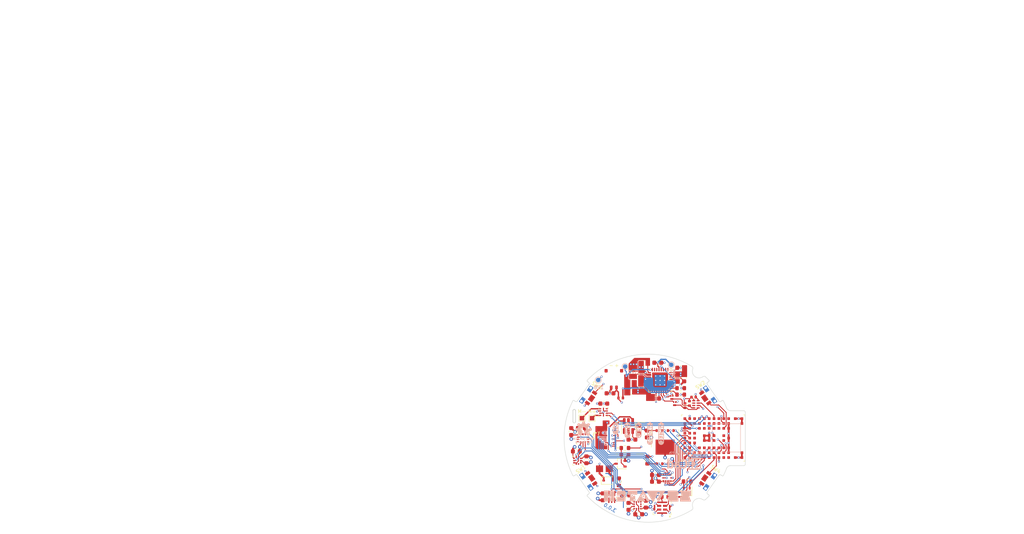
<source format=kicad_pcb>
(kicad_pcb (version 20241229) (generator "pcbnew") (generator_version "9.0")
  (title_block (title "ZSWatch v3") (date "2025-05-05") (rev "0") (company "github.com/jakkra/ZSWatch-HW"))
  (layers (0 "F.Cu" signal) (4 "In1.Cu" power "Inner1") (6 "In2.Cu" power "Inner2") (2 "B.Cu" signal) (13 "F.Paste" user) (15 "B.Paste" user) (5 "F.SilkS" user "F.Silkscreen") (7 "B.SilkS" user "B.Silkscreen") (1 "F.Mask" user) (3 "B.Mask" user) (25 "Edge.Cuts" user))
  (net 0 "")
  (net 1 "VBUS")
  (net 2 "GND")
  (net 3 "+1V8")
  (net 4 "LEDK2")
  (net 5 "LEDK1")
  (net 6 "BTN-3")
  (net 7 "/MCU/LIS2MDL-INT")
  (net 8 "DISPLAY-BLK")
  (net 9 "QSPI-CS")
  (net 10 "QSPI-IO1")
  (net 11 "QSPI-IO2")
  (net 12 "QSPI-IO0")
  (net 13 "QSPI-CLK")
  (net 14 "QSPI-IO3")
  (net 15 "USB-D_P")
  (net 16 "USB-D_N")
  (net 17 "TOUCH-INT")
  (net 18 "TOUCH-SCL")
  (net 19 "TOUCH-SDA")
  (net 20 "TOUCH-RST")
  (net 21 "DISPLAY-EN")
  (net 22 "VIB-EN")
  (net 23 "VIB-PWM")
  (net 24 "Net-(BZ301--)")
  (net 25 "Net-(MK201-VDD)")
  (net 26 "Net-(IC204-C1)")
  (net 27 "Net-(IC101-SW1)")
  (net 28 "Net-(IC101-SW2)")
  (net 33 "Net-(IC101-VSET2)")
  (net 34 "Net-(IC101-VSET1)")
  (net 35 "RESETn")
  (net 36 "DISPLAY-CS")
  (net 37 "DISPLAY-CLK")
  (net 38 "/MCU/VBAT")
  (net 39 "+3V0")
  (net 40 "Net-(IC101-VBAT)")
  (net 58 "Net-(IC302-ISET)")
  (net 59 "Net-(IC305-B4)")
  (net 60 "Net-(IC305-B3)")
  (net 61 "Net-(IC305-B2)")
  (net 62 "Net-(IC305-B1)")
  (net 63 "DISPLAY-DC")
  (net 64 "Net-(IC306-OUT-)")
  (net 65 "/MCU/VBUS-MCU")
  (net 66 "DISPLAY-RST")
  (net 67 "/MCU/SENSOR-SDA")
  (net 68 "/MCU/SENSOR-SCL")
  (net 69 "Net-(IC306-OUT+)")
  (net 71 "DISPLAY-DATA")
  (net 73 "/MCU/VDD-Display")
  (net 74 "/MCU/PMIC-INT")
  (net 81 "/MCU/BMI270-INT2")
  (net 82 "/MCU/BMI270-INT1")
  (net 84 "/MCU/MIC-CLK")
  (net 86 "/MCU/VSYS")
  (net 88 "BUZZER")
  (net 90 "/MCU/MIC-DATA")
  (net 91 "/MCU/MIC-EN")
  (net 100 "BTN-4")
  (net 101 "BTN-1")
  (net 102 "BTN-2")
  (net 103 "Net-(Q301-B)")
  (net 105 "SWDCLK")
  (net 106 "SWDIO")
  (net 108 "nRTC-INT")
  (net 111 "Net-(IC307-SCL)")
  (net 112 "Net-(IC307-SDA)")
  (footprint "Capacitor_SMD:C_0603_1608Metric" (layer "F.Cu") (at 150.749 102.574 180)
    (property "Reference" "C103" (hide yes))
    (property "Value" "2u2" (hide yes))
  )
  (footprint "Knowles:SPK0641HT4H-1" (layer "F.Cu") (at 162.527 128.438 90)
    (property "Reference" "MK201" (hide yes))
    (property "Value" "SPK0641HT4H-1" (hide yes))
  )
  (footprint "Capacitor_SMD:C_0603_1608Metric" (layer "F.Cu") (at 149.098 125.9715 -90)
    (property "Reference" "C201" (hide yes))
    (property "Value" "100n" (hide yes))
  )
  (footprint "Molex:78171-0002" (layer "F.Cu") (at 151.61481 99.374 180)
    (property "Reference" "X101" (hide yes))
    (property "Value" "BATTERY" (hide yes))
  )
  (footprint "Resistor_SMD:R_0603_1608Metric" (layer "F.Cu") (at 152.7556 122.5926 -90)
    (property "Reference" "R303" (hide yes))
    (property "Value" "4k7" (hide yes))
  )
  (footprint "Package_QFN:XQFN-12-1.7x2mm_P0.4mm" (layer "F.Cu") (at 163.6776 121.693 90)
    (property "Reference" "IC305" (hide yes))
    (property "Value" "NTS0104GU12" (hide yes))
  )
  (footprint "Package_DFN_QFN:QFN-32-1EP_5x5mm_P0.5mm_EP3.6x3.6mm_ThermalVias" (layer "F.Cu") (at 162.07419 99.658)
    (property "Reference" "IC101" (hide yes))
    (property "Value" "nPM1300-QEXX" (hide yes))
  )
  (footprint "Capacitor_SMD:C_0603_1608Metric" (layer "F.Cu") (at 144.272 110.4265 180)
    (property "Reference" "C202" (hide yes))
    (property "Value" "100n" (hide yes))
  )
  (footprint "Capacitor_SMD:C_0603_1608Metric" (layer "F.Cu") (at 155.702 113.03)
    (property "Reference" "C301" (hide yes))
    (property "Value" "1u" (hide yes))
  )
  (footprint "E-Switch:TL6340AF160Q_Modified" (layer "F.Cu") (at 145.37817 102.882285 -125)
    (property "Reference" "S303" (hide yes))
    (property "Value" "SW3")
  )
  (footprint "Capacitor_SMD:C_0603_1608Metric" (layer "F.Cu") (at 143.129 115.697 180)
    (property "Reference" "C207" (hide yes))
    (property "Value" "100n" (hide yes))
  )
  (footprint "Capacitor_SMD:C_0603_1608Metric" (layer "F.Cu") (at 161.0215 122.555 180)
    (property "Reference" "C304" (hide yes))
    (property "Value" "100n" (hide yes))
  )
  (footprint "Capacitor_SMD:C_0603_1608Metric" (layer "F.Cu") (at 159.1 111.775 -90)
    (property "Reference" "C302" (hide yes))
    (property "Value" "100n" (hide yes))
  )
  (footprint "Package_LGA_Kampi:Bosch_LGA-14_3x2.5mm_P0.5mm_LayoutBorder3x4y" (layer "F.Cu") (at 144.653 112.7385 180)
    (property "Reference" "IC202" (hide yes))
    (property "Value" "BMI270" (hide yes))
  )
  (footprint "Resistor_SMD:R_0402_1005Metric" (layer "F.Cu") (at 153.162 103.632)
    (property "Reference" "R103" (hide yes))
    (property "Value" "0R" (hide yes))
  )
  (footprint "Resistor_SMD:R_0603_1608Metric" (layer "F.Cu") (at 159.2 117.675 -90)
    (property "Reference" "R302" (hide yes))
    (property "Value" "100k" (hide yes))
  )
  (footprint "E-Switch:TL6340AF160Q_Modified" (layer "F.Cu") (at 173.355 102.87 125)
    (property "Reference" "S302" (hide yes))
    (property "Value" "SW2")
  )
  (footprint "Resistor_SMD:R_0603_1608Metric" (layer "F.Cu") (at 168.2 122.5 180)
    (property "Reference" "R201" (hide yes))
    (property "Value" "150k" (hide yes))
  )
  (footprint "Micro Crystal:RV-8263-C8" (layer "F.Cu") (at 170.18 105.0544 180)
    (property "Reference" "IC307" (hide yes))
    (property "Value" "RV-8263-C8" (hide yes))
  )
  (footprint "Capacitor_SMD:C_0603_1608Metric" (layer "F.Cu") (at 149.352 104.902)
    (property "Reference" "C306" (hide yes))
    (property "Value" "100n" (hide yes))
  )
  (footprint "Resistor_SMD:R_0603_1608Metric" (layer "F.Cu") (at 154.2288 125.6284 180)
    (property "Reference" "R304" (hide yes))
    (property "Value" "4k7" (hide yes))
  )
  (footprint "Package_SOT_SMD:SOT-883" (layer "F.Cu") (at 164.719 103.505 -90)
    (property "Reference" "Q302" (hide yes))
    (property "Value" "PMZ550UNEYL" (hide yes))
  )
  (footprint "Package_LGA_Kampi:Bosch_LGA-10_2x2mm_P0.5mm_ClockwisePinNumbering" (layer "F.Cu") (at 143.372 117.779)
    (property "Reference" "IC203" (hide yes))
    (property "Value" "BMP581" (hide yes))
  )
  (footprint "Package_LGA_Kampi:LGA-12_2x2mm_P0.5mm" (layer "F.Cu") (at 156.96 127.8885 -90)
    (property "Reference" "IC204" (hide yes))
    (property "Value" "LIS2MDLTR" (hide yes))
  )
  (footprint "Resistor_SMD:R_0603_1608Metric" (layer "F.Cu") (at 166.72281 102.87 180)
    (property "Reference" "R102" (hide yes))
    (property "Value" "150k" (hide yes))
  )
  (footprint "Capacitor_SMD:C_0603_1608Metric" (layer "F.Cu") (at 166.72781 96.804)
    (property "Reference" "C110" (hide yes))
    (property "Value" "1u" (hide yes))
  )
  (footprint "EastRising:ER-CON0.4-24P" (layer "F.Cu") (at 150.865056 112.719 90)
    (property "Reference" "X302" (hide yes))
    (property "Value" "GC9A01A_CST816S" (hide yes))
  )
  (footprint "Package_QFN:WQFN-10_2x2mm_P0.5mm" (layer "F.Cu") (at 149.268 106.819 180)
    (property "Reference" "IC306" (hide yes))
    (property "Value" "DRV2603RUNT" (hide yes))
  )
  (footprint "Package_SON:WSON-8-1EP_8x6mm_P1.27mm_EP3.4x4.3mm" (layer "F.Cu") (at 163.2 114.75 90)
    (property "Reference" "IC303" (hide yes))
    (property "Value" "MX25U51245GZ4I00" (hide yes))
  )
  (footprint "Capacitor_SMD:C_0603_1608Metric" (layer "F.Cu") (at 157.83781 101.236 -90)
    (property "Reference" "C106" (hide yes))
    (property "Value" "10u" (hide yes))
  )
  (footprint "Inductor_SMD_Kampi:L_0806_2016" (layer "F.Cu") (at 155.42481 100.487)
    (property "Reference" "L101" (hide yes))
    (property "Value" "2u2" (hide yes))
  )
  (footprint "Capacitor_SMD:C_0603_1608Metric" (layer "F.Cu") (at 157.83781 98.201 90)
    (property "Reference" "C104" (hide yes))
    (property "Value" "10u" (hide yes))
  )
  (footprint "Capacitor_SMD:C_0402_1005Metric" (layer "F.Cu") (at 169.644 103.4288)
    (property "Reference" "C307" (hide yes))
    (property "Value" "100n" (hide yes))
  )
  (footprint "E-Switch:TL6340AF160Q_Modified" (layer "F.Cu") (at 145.415 122.555 -55)
    (property "Reference" "S301" (hide yes))
    (property "Value" "SW1")
  )
  (footprint "Diode_SMD:D_SOD-323" (layer "F.Cu") (at 150.368 122.301)
    (property "Reference" "D301" (hide yes))
    (property "Value" "BAS316" (hide yes))
  )
  (footprint "Package_TO_SOT_SMD:SOT-323_SC-70" (layer "F.Cu") (at 153.146 118.491 180)
    (property "Reference" "Q301" (hide yes))
    (property "Value" "BC817W" (hide yes))
  )
  (footprint "Resistor_SMD:R_0603_1608Metric" (layer "F.Cu") (at 154.115 116.459 180)
    (property "Reference" "R307" (hide yes))
    (property "Value" "150k" (hide yes))
  )
  (footprint "Capacitor_SMD:C_0603_1608Metric" (layer "F.Cu") (at 158.496 95.758 180)
    (property "Reference" "C107" (hide yes))
    (property "Value" "10u" (hide yes))
  )
  (footprint "Capacitor_SMD:C_0603_1608Metric" (layer "F.Cu") (at 155.575 102.265)
    (property "Reference" "C105" (hide yes))
    (property "Value" "10u" (hide yes))
  )
  (footprint "Capacitor_SMD:C_0603_1608Metric" (layer "F.Cu") (at 161.544 95.661)
    (property "Reference" "C108" (hide yes))
    (property "Value" "10u" (hide yes))
  )
  (footprint "Package_TO_SOT_SMD:TSOT-23-6" (layer "F.Cu") (at 154.918 109.969 90)
    (property "Reference" "IC302" (hide yes))
    (property "Value" "FAN5622SX" (hide yes))
  )
  (footprint "E-Switch:TL6340AF160Q_Modified" (layer "F.Cu") (at 173.355 122.555 55)
    (property "Reference" "S304" (hide yes))
    (property "Value" "SW4")
  )
  (footprint "Package_SOT_SMD:SOT-883" (layer "F.Cu") (at 165.354 104.902 -90)
    (property "Reference" "Q303" (hide yes))
    (property "Value" "PMZ550UNEYL" (hide yes))
  )
  (footprint "Capacitor_SMD:C_0603_1608Metric" (layer "F.Cu") (at 161.0215 121.031 180)
    (property "Reference" "C305" (hide yes))
    (property "Value" "100n" (hide yes))
  )
  (footprint "Inductor_SMD_Kampi:L_0806_2016" (layer "F.Cu") (at 155.93281 97.947 -90)
    (property "Reference" "L102" (hide yes))
    (property "Value" "2u2" (hide yes))
  )
  (footprint "Capacitor_SMD:C_0603_1608Metric" (layer "F.Cu") (at 158.8516 127.635 90)
    (property "Reference" "C209" (hide yes))
    (property "Value" "10u" (hide yes))
  )
  (footprint "TestPoint:TestPoint_Pad_1.0x1.0mm" (layer "F.Cu") (at 146.685 108.204)
    (property "Reference" "X303" (hide yes))
    (property "Value" "M+")
  )
  (footprint "Capacitor_SMD:C_0603_1608Metric" (layer "F.Cu") (at 165.96581 99.09 90)
    (property "Reference" "C109" (hide yes))
    (property "Value" "10u" (hide yes))
  )
  (footprint "Capacitor_SMD:C_0603_1608Metric" (layer "F.Cu") (at 157.226 129.921 180)
    (property "Reference" "C211" (hide yes))
    (property "Value" "100n" (hide yes))
  )
  (footprint "Capacitor_SMD:C_0603_1608Metric" (layer "F.Cu") (at 154.94 128.1315 -90)
    (property "Reference" "C208" (hide yes))
    (property "Value" "220n" (hide yes))
  )
  (footprint "Package_TO_SOT_SMD:SOT-323_SC-70" (layer "F.Cu") (at 168.1 125 -90)
    (property "Reference" "Q201" (hide yes))
    (property "Value" "DMG1013UW-7" (hide yes))
  )
  (footprint "Resistor_SMD:R_0402_1005Metric" (layer "F.Cu") (at 168.7068 104.8512 -90)
    (property "Reference" "R313" (hide yes))
    (property "Value" "4k7" (hide yes))
  )
  (footprint "uBlox:NORA-B106" (layer "F.Cu") (at 174.568598 112.697798)
    (property "Reference" "M301" (hide yes))
    (property "Value" "NORA-B106" (hide yes))
  )
  (footprint "CUI Devices:CMT-322-65-SMT-TR" (layer "F.Cu") (at 149.479 119.634 90)
    (property "Reference" "BZ301" (hide yes))
    (property "Value" "Buzzer" (hide yes))
  )
  (footprint "Broadcom:Broadcom_DFN-6_2x2mm_P0.65mm" (layer "F.Cu") (at 151.13 125.984 -90)
    (property "Reference" "IC201" (hide yes))
    (property "Value" "APDS-9306-065" (hide yes))
  )
  (footprint "Resistor_SMD:R_0603_1608Metric" (layer "F.Cu") (at 154.115 114.935 180)
    (property "Reference" "R311" (hide yes))
    (property "Value" "180R" (hide yes))
  )
  (footprint "Capacitor_SMD:C_0603_1608Metric" (layer "F.Cu") (at 167.513 99.09 90)
    (property "Reference" "C101" (hide yes))
    (property "Value" "1u" (hide yes))
  )
  (footprint "Capacitor_SMD:C_0603_1608Metric" (layer "F.Cu") (at 161.04919 103.759 180)
    (property "Reference" "C102" (hide yes))
    (property "Value" "100n" (hide yes))
  )
  (footprint "Capacitor_SMD:C_0603_1608Metric" (layer "F.Cu") (at 141.986 111.2135 -90)
    (property "Reference" "C203" (hide yes))
    (property "Value" "100n" (hide yes))
  )
  (footprint "Resistor_SMD:R_0603_1608Metric" (layer "F.Cu") (at 166.72281 101.408 180)
    (property "Reference" "R101" (hide yes))
    (property "Value" "47k" (hide yes))
  )
  (footprint "TestPoint:TestPoint_Pad_1.0x1.0mm" (layer "F.Cu") (at 144.399 108.204)
    (property "Reference" "X304" (hide yes))
    (property "Value" "M-")
  )
  (footprint "Capacitor_SMD:C_0603_1608Metric" (layer "F.Cu") (at 163.182 125.984 180)
    (property "Reference" "C204" (hide yes))
    (property "Value" "100n" (hide yes))
  )
  (footprint "Resistor_SMD:R_0603_1608Metric" (layer "F.Cu") (at 157.353 110.744 90)
    (property "Reference" "R301" (hide yes))
    (property "Value" "12k" (hide yes))
  )
  (footprint "Resistor_SMD:R_0402_1005Metric" (layer "F.Cu") (at 167.6908 105.3592 -90)
    (property "Reference" "R309" (hide yes))
    (property "Value" "4k7" (hide yes))
  )
  (footprint "Capacitor_SMD:C_0603_1608Metric" (layer "F.Cu") (at 145.415 117.602 90)
    (property "Reference" "C206" (hide yes))
    (property "Value" "100n" (hide yes))
  )
  (footprint "LOGO" (layer "B.Cu") (at 167.386 118.237 180)
    (property "Reference" "G***" (hide yes))
    (property "Value" "LOGO" (hide yes))
  )
  (footprint "LOGO" (layer "B.Cu") (at 144.78 111.379 180)
    (property "Reference" "G***" (hide yes))
    (property "Value" "LOGO" (hide yes))
  )
  (footprint "project:Logo" (layer "B.Cu") (at 159.311 125.73 180)
    (property "Reference" "G***" (hide yes))
    (property "Value" "LOGO" (hide yes))
  )
  (footprint "kibuzzard-656642B5" (layer "B.Cu") (at 152.019 110.49 -90)
    (property "Reference" "kibuzzard-656642B5" (hide yes))
    (property "Value" "G***" (hide yes))
  )
  (footprint "kibuzzard-6616D313" (layer "B.Cu") (at 157.226 110.871 -90)
    (property "Reference" "kibuzzard-6616D313" (hide yes))
    (property "Value" "G***" (hide yes))
  )
  (footprint "TestPoint:TestPoint_Pad_D1.0mm" (layer "B.Cu") (at 164.592 96.139 180)
    (property "Reference" "TP103" (hide yes))
    (property "Value" "3V3")
  )
  (footprint "TestPoint:TestPoint_Pad_D1.0mm" (layer "B.Cu") (at 154.178 96.52 180)
    (property "Reference" "TP102" (hide yes))
    (property "Value" "3V0")
  )
  (footprint "kibuzzard-65664337" (layer "B.Cu") (at 159.766 111.633 -90)
    (property "Reference" "kibuzzard-65664337" (hide yes))
    (property "Value" "G***" (hide yes))
  )
  (footprint "TestPoint:TestPoint_Pad_D1.0mm" (layer "B.Cu") (at 148.082 99.568 -90)
    (property "Reference" "TP101" (hide yes))
    (property "Value" "1V8")
  )
  (footprint "kibuzzard-656642E4" (layer "B.Cu") (at 154.686 110.871 -90)
    (property "Reference" "kibuzzard-656642E4" (hide yes))
    (property "Value" "G***" (hide yes))
  )
  (footprint "kibuzzard-65664342" (layer "B.Cu") (at 162.306 111.633 -90)
    (property "Reference" "kibuzzard-65664342" (hide yes))
    (property "Value" "G***" (hide yes))
  )
  (gr_line (start 147.701 111.506) (end 147.447 111.633) (stroke (width 0.15)) (layer "F.SilkS"))
  (gr_line (start 147.701 111.506) (end 147.066 111.506) (stroke (width 0.15)) (layer "F.SilkS"))
  (gr_line (start 147.066 112.141) (end 147.066 111.506) (stroke (width 0.15)) (layer "F.SilkS"))
  (gr_line (start 152.1 116.3) (end 152.527 116.3) (stroke (width 0.1)) (layer "F.SilkS"))
  (gr_line (start 156.718 109.1) (end 158.7 109.1) (stroke (width 0.1)) (layer "F.SilkS"))
  (gr_line (start 156.718 116.3) (end 158.3 116.3) (stroke (width 0.1)) (layer "F.SilkS"))
  (gr_line (start 147.066 112.141) (end 147.193 111.887) (stroke (width 0.15)) (layer "F.SilkS"))
  (gr_line (start 147.066 112.141) (end 146.939 111.887) (stroke (width 0.15)) (layer "F.SilkS"))
  (gr_line (start 147.701 111.506) (end 147.447 111.379) (stroke (width 0.15)) (layer "F.SilkS"))
  (gr_line (start 152.1 109.1) (end 153.162 109.1) (stroke (width 0.1)) (layer "F.SilkS"))
  (gr_line (start 173.85 115.85) (end 173.85 109.45) (stroke (width 0.1)) (layer "B.SilkS"))
  (gr_line (start 173.85 109.45) (end 180.25 109.45) (stroke (width 0.1)) (layer "B.SilkS"))
  (gr_line (start 180.25 109.45) (end 180.25 115.85) (stroke (width 0.1)) (layer "B.SilkS"))
  (gr_line (start 180.25 115.85) (end 173.85 115.85) (stroke (width 0.1)) (layer "B.SilkS"))
  (gr_line (start 175.385158 121.098176) (end 172.71802 124.907228) (stroke (width 0.1)) (layer "Edge.Cuts"))
  (gr_line (start 143.344842 104.339824) (end 146.01198 100.530772) (stroke (width 0.1)) (layer "Edge.Cuts"))
  (gr_line (start 176.000259 121.162643) (end 175.802976 121.024504) (stroke (width 0.1)) (layer "Edge.Cuts"))
  (gr_arc (start 146.01198 124.907228) (mid 146.061667 125.131393) (end 145.938308 125.325047) (stroke (width 0.1)) (layer "Edge.Cuts"))
  (gr_arc (start 176.389789 121.154553) (mid 176.260056 121.259558) (end 176.095865 121.229588) (stroke (width 0.1)) (layer "Edge.Cuts"))
  (gr_line (start 145.741026 99.974814) (end 145.645419 99.90787) (stroke (width 0.1)) (layer "Edge.Cuts"))
  (gr_line (start 172.988974 125.463186) (end 173.084581 125.53013) (stroke (width 0.1)) (layer "Edge.Cuts"))
  (gr_arc (start 145.615403 99.606008) (mid 156.884244 93.881595) (end 169.250904 96.493376) (stroke (width 0.1)) (layer "Edge.Cuts"))
  (gr_arc (start 173.084581 125.53013) (mid 173.168932 125.674166) (end 173.114597 125.831992) (stroke (width 0.1)) (layer "Edge.Cuts"))
  (gr_arc (start 169.250904 96.493376) (mid 169.46236 96.754324) (end 169.461025 97.09019) (stroke (width 0.1)) (layer "Edge.Cuts"))
  (gr_arc (start 142.340211 104.283447) (mid 142.469944 104.178442) (end 142.634135 104.208412) (stroke (width 0.1)) (layer "Edge.Cuts"))
  (gr_arc (start 169.461025 128.34781) (mid 169.96342 126.644708) (end 171.738816 126.614255) (stroke (width 0.1)) (layer "Edge.Cuts"))
  (gr_line (start 172.370041 98.867254) (end 173.114597 99.606008) (stroke (width 0.1)) (layer "Edge.Cuts"))
  (gr_line (start 178.024102 106.519) (end 181.025011 106.519) (stroke (width 0.1)) (layer "Edge.Cuts"))
  (gr_line (start 176.000259 104.275357) (end 176.095865 104.208412) (stroke (width 0.1)) (layer "Edge.Cuts"))
  (gr_arc (start 169.250904 128.944624) (mid 156.884244 131.556405) (end 145.615403 125.831992) (stroke (width 0.1)) (layer "Edge.Cuts"))
  (gr_line (start 181.325011 106.819) (end 181.325011 118.619) (stroke (width 0.1)) (layer "Edge.Cuts"))
  (gr_line (start 176.095865 121.229588) (end 176.000259 121.162643) (stroke (width 0.1)) (layer "Edge.Cuts"))
  (gr_line (start 142.362844 108.959123) (end 142.362844 106.511123) (stroke (width 0.15)) (layer "Edge.Cuts"))
  (gr_arc (start 176.095865 104.208412) (mid 176.260056 104.178441) (end 176.389789 104.283447) (stroke (width 0.1)) (layer "Edge.Cuts"))
  (gr_arc (start 142.634135 121.229588) (mid 142.469944 121.259559) (end 142.340211 121.154553) (stroke (width 0.1)) (layer "Edge.Cuts"))
  (gr_arc (start 172.791692 125.325047) (mid 172.668333 125.131394) (end 172.71802 124.907228) (stroke (width 0.1)) (layer "Edge.Cuts"))
  (gr_arc (start 142.662844 109.259123) (mid 142.450713 109.171265) (end 142.362844 108.959123) (stroke (width 0.15)) (layer "Edge.Cuts"))
  (gr_line (start 145.645419 125.53013) (end 145.741026 125.463186) (stroke (width 0.1)) (layer "Edge.Cuts"))
  (gr_line (start 142.962844 106.511123) (end 142.962844 108.959123) (stroke (width 0.15)) (layer "Edge.Cuts"))
  (gr_line (start 175.802976 104.413496) (end 176.000259 104.275357) (stroke (width 0.1)) (layer "Edge.Cuts"))
  (gr_line (start 181.025011 118.919) (end 178.024102 118.919) (stroke (width 0.1)) (layer "Edge.Cuts"))
  (gr_arc (start 175.802976 104.413496) (mid 175.578807 104.463207) (end 175.385158 104.339824) (stroke (width 0.1)) (layer "Edge.Cuts"))
  (gr_arc (start 172.71802 100.530772) (mid 172.668333 100.306607) (end 172.791692 100.112953) (stroke (width 0.1)) (layer "Edge.Cuts"))
  (gr_line (start 142.634135 104.208412) (end 142.729741 104.275357) (stroke (width 0.1)) (layer "Edge.Cuts"))
  (gr_arc (start 172.370041 126.570746) (mid 172.062186 126.705038) (end 171.738816 126.614255) (stroke (width 0.1)) (layer "Edge.Cuts"))
  (gr_arc (start 142.962844 108.959123) (mid 142.875 109.171284) (end 142.662844 109.259123) (stroke (width 0.15)) (layer "Edge.Cuts"))
  (gr_line (start 172.988974 99.974814) (end 172.791692 100.112953) (stroke (width 0.1)) (layer "Edge.Cuts"))
  (gr_arc (start 173.114597 99.606008) (mid 173.16886 99.763827) (end 173.084581 99.90787) (stroke (width 0.1)) (layer "Edge.Cuts"))
  (gr_line (start 173.084581 99.90787) (end 172.988974 99.974814) (stroke (width 0.1)) (layer "Edge.Cuts"))
  (gr_arc (start 142.662844 106.211123) (mid 142.874977 106.299001) (end 142.962844 106.511123) (stroke (width 0.15)) (layer "Edge.Cuts"))
  (gr_arc (start 181.325011 118.619) (mid 181.237142 118.831131) (end 181.025011 118.919) (stroke (width 0.1)) (layer "Edge.Cuts"))
  (gr_line (start 172.71802 100.530772) (end 175.385158 104.339824) (stroke (width 0.1)) (layer "Edge.Cuts"))
  (gr_line (start 173.114597 125.831992) (end 172.370041 126.570746) (stroke (width 0.1)) (layer "Edge.Cuts"))
  (gr_arc (start 178.024102 106.519) (mid 177.458416 106.343621) (end 177.091149 105.878999) (stroke (width 0.1)) (layer "Edge.Cuts"))
  (gr_line (start 142.927024 121.024504) (end 142.729741 121.162643) (stroke (width 0.1)) (layer "Edge.Cuts"))
  (gr_arc (start 142.362844 106.511123) (mid 142.450736 106.29902) (end 142.662844 106.211123) (stroke (width 0.15)) (layer "Edge.Cuts"))
  (gr_line (start 142.729741 104.275357) (end 142.927024 104.413496) (stroke (width 0.1)) (layer "Edge.Cuts"))
  (gr_arc (start 142.927024 121.024504) (mid 143.151193 120.974793) (end 143.344842 121.098176) (stroke (width 0.1)) (layer "Edge.Cuts"))
  (gr_arc (start 145.615403 125.831992) (mid 145.561105 125.674169) (end 145.645419 125.53013) (stroke (width 0.1)) (layer "Edge.Cuts"))
  (gr_arc (start 181.025011 106.519) (mid 181.237142 106.606869) (end 181.325011 106.819) (stroke (width 0.1)) (layer "Edge.Cuts"))
  (gr_arc (start 171.738816 98.823745) (mid 172.062185 98.732962) (end 172.370041 98.867254) (stroke (width 0.1)) (layer "Edge.Cuts"))
  (gr_arc (start 177.091149 119.559001) (mid 176.758774 120.364823) (end 176.389789 121.154553) (stroke (width 0.1)) (layer "Edge.Cuts"))
  (gr_line (start 172.791692 125.325047) (end 172.988974 125.463186) (stroke (width 0.1)) (layer "Edge.Cuts"))
  (gr_arc (start 177.091149 119.559001) (mid 177.458416 119.094379) (end 178.024102 118.919) (stroke (width 0.1)) (layer "Edge.Cuts"))
  (gr_line (start 146.01198 124.907228) (end 143.344842 121.098176) (stroke (width 0.1)) (layer "Edge.Cuts"))
  (gr_arc (start 176.389789 104.283447) (mid 176.758774 105.073177) (end 177.091149 105.878999) (stroke (width 0.1)) (layer "Edge.Cuts"))
  (gr_line (start 145.741026 125.463186) (end 145.938308 125.325047) (stroke (width 0.1)) (layer "Edge.Cuts"))
  (gr_arc (start 143.344842 104.339824) (mid 143.151194 104.463206) (end 142.927024 104.413496) (stroke (width 0.1)) (layer "Edge.Cuts"))
  (gr_arc (start 145.938308 100.112953) (mid 146.061667 100.306606) (end 146.01198 100.530772) (stroke (width 0.1)) (layer "Edge.Cuts"))
  (gr_arc (start 175.385158 121.098176) (mid 175.578806 120.974794) (end 175.802976 121.024504) (stroke (width 0.1)) (layer "Edge.Cuts"))
  (gr_arc (start 169.461025 128.34781) (mid 169.462361 128.683676) (end 169.250904 128.944624) (stroke (width 0.1)) (layer "Edge.Cuts"))
  (gr_line (start 145.938308 100.112953) (end 145.741026 99.974814) (stroke (width 0.1)) (layer "Edge.Cuts"))
  (gr_arc (start 145.645419 99.90787) (mid 145.561105 99.763831) (end 145.615403 99.606008) (stroke (width 0.1)) (layer "Edge.Cuts"))
  (gr_arc (start 142.340211 121.154553) (mid 140.364948 112.719) (end 142.340211 104.283447) (stroke (width 0.1)) (layer "Edge.Cuts"))
  (gr_arc (start 171.738816 98.823745) (mid 169.963394 98.793327) (end 169.461025 97.09019) (stroke (width 0.1)) (layer "Edge.Cuts"))
  (gr_line (start 142.729741 121.162643) (end 142.634135 121.229588) (stroke (width 0.1)) (layer "Edge.Cuts"))
  (gr_text "3.0.${REVISION}" (at 151.892 129.667 330) (layer "B.Cu") (effects (font (size 0.8 0.8) (thickness 0.12)) (justify left bottom mirror)))
  (gr_text "+" (at 152.273 96.266 0) (layer "F.SilkS") (effects (font (size 0.8 0.8) (thickness 0.12))))
  (gr_text "y" (at 147.828 111.8235 0) (layer "F.SilkS") (effects (font (size 0.8 0.8) (thickness 0.12)) (justify left bottom)))
  (gr_text "-" (at 151.003 96.266 0) (layer "F.SilkS") (effects (font (size 0.8 0.8) (thickness 0.12))))
  (gr_text "x" (at 146.685 112.9665 0) (layer "F.SilkS") (effects (font (size 0.8 0.8) (thickness 0.12)) (justify left bottom)))
  (gr_text "Designed with" (at 163.957 116.078 0) (layer "B.SilkS") (effects (font (size 0.8 0.8) (thickness 0.12)) (justify right mirror)))
  (segment (start 166.7588 99.1108) (end 167.513 99.865) (width 0.2) (layer "F.Cu") (net 1))
  (segment (start 165.006 99.408) (end 165.3032 99.1108) (width 0.2) (layer "F.Cu") (net 1))
  (segment (start 167.513 99.865) (end 166.667 100.711) (width 0.4) (layer "F.Cu") (net 1))
  (segment (start 164.52419 99.408) (end 165.006 99.408) (width 0.2) (layer "F.Cu") (net 1))
  (segment (start 165.3032 99.1108) (end 166.7588 99.1108) (width 0.2) (layer "F.Cu") (net 1))
  (via (at 166.667 100.711) (size 0.45) (drill 0.25) (layers "F.Cu" "B.Cu") (net 1))
  (segment (start 177.568603 112.697798) (end 177.568603 113.792) (width 0.4) (layer "F.Cu") (net 2))
  (segment (start 177.568603 110.518996) (end 177.568603 111.671941) (width 0.4) (layer "F.Cu") (net 2))
  (segment (start 170.970629 123.472629) (end 171.487095 122.956163) (width 0.2) (layer "F.Cu") (net 2))
  (segment (start 144.653 111.826) (end 144.153 111.826) (width 0.2) (layer "F.Cu") (net 2))
  (segment (start 156.21 128.135) (end 155.7115 128.135) (width 0.2) (layer "F.Cu") (net 2))
  (segment (start 177.568603 113.792) (end 177.568603 114.897799) (width 0.4) (layer "F.Cu") (net 2))
  (segment (start 146.431 118.11) (end 146.164 118.377) (width 0.4) (layer "F.Cu") (net 2))
  (segment (start 162.407 125.984) (end 162.407 126.623) (width 0.2) (layer "F.Cu") (net 2))
  (segment (start 170.68 103.9848) (end 170.68 104.2444) (width 0.2) (layer "F.Cu") (net 2))
  (segment (start 167.6686 108.322539) (end 168.765056 109.418995) (width 0.3) (layer "F.Cu") (net 2))
  (segment (start 149.225 111.506) (end 149.412 111.319) (width 0.2) (layer "F.Cu") (net 2))
  (segment (start 151.257 113.919) (end 151.457 113.719) (width 0.2) (layer "F.Cu") (net 2))
  (segment (start 160.236038 120.052962) (end 160.236038 121.033538) (width 0.4) (layer "F.Cu") (net 2))
  (segment (start 156.451 129.921) (end 156.451 129.299) (width 0.2) (layer "F.Cu") (net 2))
  (segment (start 152.273 126.7715) (end 151.78 126.7715) (width 0.2) (layer "F.Cu") (net 2))
  (segment (start 154.918 113.021) (end 154.927 113.03) (width 0.3) (layer "F.Cu") (net 2))
  (segment (start 167.54781 101.408) (end 166.878 101.408) (width 0.2) (layer "F.Cu") (net 2))
  (segment (start 171.323 101.727) (end 171.323 102.304742) (width 0.2) (layer "F.Cu") (net 2))
  (segment (start 172.0686 113.2478) (end 173.1686 113.2478) (width 0.4) (layer "F.Cu") (net 2))
  (segment (start 161.544 126.014) (end 162.377 126.014) (width 0.4) (layer "F.Cu") (net 2))
  (segment (start 163.195 117.094) (end 163.2 117.089) (width 0.4) (layer "F.Cu") (net 2))
  (segment (start 180.5686 117.0978) (end 179.832 117.0978) (width 0.4) (layer "F.Cu") (net 2))
  (segment (start 160.344682 128.907818) (end 160.8145 128.438) (width 0.2) (layer "F.Cu") (net 2))
  (segment (start 160.1 112.55) (end 159.1 112.55) (width 0.4) (layer "F.Cu") (net 2))
  (segment (start 170.124 102.7736) (end 170.124 103.4288) (width 0.2) (layer "F.Cu") (net 2))
  (segment (start 145.161 120.142) (end 145.161 120.146647) (width 0.2) (layer "F.Cu") (net 2))
  (segment (start 149.268 107.569) (end 149.268 106.807) (width 0.2) (layer "F.Cu") (net 2))
  (segment (start 157.226 130.683) (end 157.2 130.683) (width 0.4) (layer "F.Cu") (net 2))
  (segment (start 144.1345 117.779) (end 144.35525 117.779) (width 0.2) (layer "F.Cu") (net 2))
  (segment (start 142.8475 111.3) (end 143.497 110.6505) (width 0.4) (layer "F.Cu") (net 2))
  (segment (start 155.6775 113.03) (end 154.927 113.03) (width 0.3) (layer "F.Cu") (net 2))
  (segment (start 151.457 114.119) (end 151.960056 114.119) (width 0.2) (layer "F.Cu") (net 2))
  (segment (start 142.597 117.279) (end 142.354 117.036) (width 0.2) (layer "F.Cu") (net 2))
  (segment (start 179.832 108.2978) (end 180.5686 108.2978) (width 0.4) (layer "F.Cu") (net 2))
  (segment (start 148.3365 126.7465) (end 149.098 126.7465) (width 0.4) (layer "F.Cu") (net 2))
  (segment (start 142.8475 111.3) (end 141.986 110.4385) (width 0.4) (layer "F.Cu") (net 2))
  (segment (start 149.006 107.069) (end 149.268 106.807) (width 0.2) (layer "F.Cu") (net 2))
  (segment (start 156.451 129.299) (end 156.7225 129.0275) (width 0.2) (layer "F.Cu") (net 2))
  (segment (start 145.8075 114.046) (end 145.8075 113.4885) (width 0.2) (layer "F.Cu") (net 2))
  (segment (start 177.568603 110.518996) (end 177.568603 109.418995) (width 0.4) (layer "F.Cu") (net 2))
  (segment (start 142.354 117.036) (end 142.354 115.697) (width 0.2) (layer "F.Cu") (net 2))
  (segment (start 164.973 121.693) (end 164.5776 121.693) (width 0.2) (layer "F.Cu") (net 2))
  (segment (start 145.161 120.146647) (end 145.676891 120.662538) (width 0.2) (layer "F.Cu") (net 2))
  (segment (start 160.2465 121.031) (end 160.2465 122.555) (width 0.4) (layer "F.Cu") (net 2))
  (segment (start 169.40472 110.007061) (end 169.377865 110.007061) (width 0.3) (layer "F.Cu") (net 2))
  (segment (start 148.518 107.069) (end 149.006 107.069) (width 0.2) (layer "F.Cu") (net 2))
  (segment (start 160.236038 121.033538) (end 160.2465 121.044) (width 0.4) (layer "F.Cu") (net 2))
  (segment (start 171.8056 106.0704) (end 171.0596 105.3244) (width 0.2) (layer "F.Cu") (net 2))
  (segment (start 180.5686 115.997802) (end 180.5686 117.0978) (width 0.4) (layer "F.Cu") (net 2))
  (segment (start 150.018 106.569) (end 149.506 106.569) (width 0.2) (layer "F.Cu") (net 2))
  (segment (start 155.7115 128.135) (end 154.94 128.9065) (width 0.2) (layer "F.Cu") (net 2))
  (segment (start 151.457 113.719) (end 151.960056 113.719) (width 0.2) (layer "F.Cu") (net 2))
  (segment (start 150.724 102.574) (end 150.724 102.01281) (width 0.4) (layer "F.Cu") (net 2))
  (segment (start 146.164 118.377) (end 145.415 118.377) (width 0.4) (layer "F.Cu") (net 2))
  (segment (start 163.068 95.661) (end 162.319 95.661) (width 0.4) (layer "F.Cu") (net 2))
  (segment (start 172.0686 112.147802) (end 173.1686 112.147802) (width 0.4) (layer "F.Cu") (net 2))
  (segment (start 157.2 130.683) (end 156.451 129.934) (width 0.4) (layer "F.Cu") (net 2))
  (segment (start 144.153 111.0825) (end 143.497 110.4265) (width 0.2) (layer "F.Cu") (net 2))
  (segment (start 167.6686 117.097799) (end 168.7686 115.997799) (width 0.4) (layer "F.Cu") (net 2))
  (segment (start 163.2 117.089) (end 163.2 114.75) (width 0.4) (layer "F.Cu") (net 2))
  (segment (start 167.6686 117.0978) (end 167.6686 117.729) (width 0.4) (layer "F.Cu") (net 2))
  (segment (start 177.568603 114.918997) (end 177.568603 116.018997) (width 0.4) (layer "F.Cu") (net 2))
  (segment (start 162.527 126.743) (end 162.527 127.2255) (width 0.2) (layer "F.Cu") (net 2))
  (segment (start 173.1686 113.2478) (end 173.1686 112.147802) (width 0.4) (layer "F.Cu") (net 2))
  (segment (start 144.153 111.826) (end 144.153 111.0825) (width 0.2) (layer "F.Cu") (net 2))
  (segment (start 177.568603 111.671941) (end 177.568603 112.697798) (width 0.4) (layer "F.Cu") (net 2))
  (segment (start 151.257 113.919) (end 151.457 114.119) (width 0.2) (layer "F.Cu") (net 2))
  (segment (start 179.0686 108.2978) (end 179.832 108.2978) (width 0.4) (layer "F.Cu") (net 2))
  (segment (start 180.565056 109.418998) (end 180.565056 108.318998) (width 0.4) (layer "F.Cu") (net 2))
  (segment (start 156.7225 129.0275) (end 156.7225 128.6475) (width 0.2) (layer "F.Cu") (net 2))
  (segment (start 169.377865 110.007061) (end 168.768601 109.397797) (width 0.3) (layer "F.Cu") (net 2))
  (segment (start 162.527 130.208) (end 162.527 129.6505) (width 0.2) (layer "F.Cu") (net 2))
  (segment (start 159.9438 127.167697) (end 159.636103 126.86) (width 0.4) (layer "F.Cu") (net 2))
  (segment (start 149.506 106.569) (end 149.268 106.807) (width 0.2) (layer "F.Cu") (net 2))
  (segment (start 145.034 105.380808) (end 145.640061 104.774747) (width 0.2) (layer "F.Cu") (net 2))
  (segment (start 170.124 103.4288) (end 170.68 103.9848) (width 0.2) (layer "F.Cu") (net 2))
  (segment (start 150.724 102.574) (end 149.974 102.574) (width 0.4) (layer "F.Cu") (net 2))
  (segment (start 165.105 117.705) (end 164.8 117.4) (width 0.3) (layer "F.Cu") (net 2))
  (segment (start 149.3895 104.902) (end 150.127 104.902) (width 0.4) (layer "F.Cu") (net 2))
  (segment (start 173.1686 112.147802) (end 173.1686 111.506) (width 0.4) (layer "F.Cu") (net 2))
  (segment (start 150.724 102.01281) (end 151.01481 101.722) (width 0.4) (layer "F.Cu") (net 2))
  (segment (start 166.751 102.87) (end 167.54781 102.87) (width 0.2) (layer "F.Cu") (net 2))
  (segment (start 154.93 129.794) (end 154.93 128.9165) (width 0.4) (layer "F.Cu") (net 2))
  (segment (start 149.412 111.319) (end 149.770056 111.319) (width 0.2) (layer "F.Cu") (net 2))
  (segment (start 164.846 127.8315) (end 164.2395 128.438) (width 0.2) (layer "F.Cu") (net 2))
  (segment (start 149.438 111.719) (end 149.770056 111.719) (width 0.2) (layer "F.Cu") (net 2))
  (segment (start 144.147 118.279) (end 144.147 117.779) (width 0.2) (layer "F.Cu") (net 2))
  (segment (start 149.225 111.506) (end 149.438 111.719) (width 0.2) (layer "F.Cu") (net 2))
  (segment (start 154.146 117.841) (end 154.146 117.253) (width 0.4) (layer "F.Cu") (net 2))
  (segment (start 165.105 118.5) (end 165.105 117.705) (width 0.3) (layer "F.Cu") (net 2))
  (segment (start 151.01481 101.722) (end 151.01481 101.249) (width 0.4) (layer "F.Cu") (net 2))
  (segment (start 144.95325 118.377) (end 145.415 118.377) (width 0.2) (layer "F.Cu") (net 2))
  (segment (start 147.955 126.365) (end 148.3365 126.7465) (width 0.4) (layer "F.Cu") (net 2))
  (segment (start 172.0686 113.2478) (end 172.0686 112.147802) (width 0.4) (layer "F.Cu") (net 2))
  (segment (start 157.353 112.395) (end 157.353 111.569) (width 0.2) (layer "F.Cu") (net 2))
  (segment (start 171.323 102.304742) (end 171.487095 102.468837) (width 0.2) (layer "F.Cu") (net 2))
  (segment (start 162.407 126.623) (end 162.527 126.743) (width 0.2) (layer "F.Cu") (net 2))
  (segment (start 144.35525 117.779) (end 144.95325 118.377) (width 0.2) (layer "F.Cu") (net 2))
  (segment (start 159.636103 126.86) (end 159.017 126.86) (width 0.4) (layer "F.Cu") (net 2))
  (segment (start 142.748 114.694) (end 142.354 115.088) (width 0.4) (layer "F.Cu") (net 2))
  (segment (start 154.146 117.253) (end 154.94 116.459) (width 0.4) (layer "F.Cu") (net 2))
  (segment (start 149.268 106.069) (end 149.268 106.807) (width 0.2) (layer "F.Cu") (net 2))
  (segment (start 154.925 117.841) (end 154.146 117.841) (width 0.4) (layer "F.Cu") (net 2))
  (segment (start 160.236038 122.531538) (end 160.2465 122.542) (width 0.4) (layer "F.Cu") (net 2))
  (segment (start 154.918 111.1065) (end 154.918 113.021) (width 0.3) (layer "F.Cu") (net 2))
  (segment (start 171.0596 105.3244) (end 170.68 105.3244) (width 0.2) (layer "F.Cu") (net 2))
  (segment (start 142.354 115.088) (end 142.354 115.697) (width 0.4) (layer "F.Cu") (net 2))
  (segment (start 179.0686 117.0978) (end 179.832 117.0978) (width 0.4) (layer "F.Cu") (net 2))
  (via (at 157.226 130.683) (size 0.8) (drill 0.4) (layers "F.Cu" "B.Cu") (net 2))
  (via (at 145.8075 114.046) (size 0.45) (drill 0.25) (layers "F.Cu" "B.Cu") (net 2))
  (via (at 151.257 113.919) (size 0.45) (drill 0.25) (layers "F.Cu" "B.Cu") (net 2))
  (via (at 164.846 127.8315) (size 0.45) (drill 0.25) (layers "F.Cu" "B.Cu") (net 2))
  (via (at 166.72019 98.044) (size 0.45) (drill 0.25) (layers "F.Cu" "B.Cu") (net 2))
  (via (at 167.6686 117.729) (size 0.45) (drill 0.25) (layers "F.Cu" "B.Cu") (net 2))
  (via (at 162.527 130.208) (size 0.45) (drill 0.25) (layers "F.Cu" "B.Cu") (net 2))
  (via (at 177.568603 111.671941) (size 0.45) (drill 0.25) (layers "F.Cu" "B.Cu") (net 2))
  (via (at 142.8475 111.3) (size 0.8) (drill 0.4) (layers "F.Cu" "B.Cu") (net 2))
  (via (at 158.75 97.891) (size 0.45) (drill 0.25) (layers "F.Cu" "B.Cu") (net 2))
  (via (at 157.0736 101.9048) (size 0.45) (drill 0.25) (layers "F.Cu" "B.Cu") (net 2))
  (via (at 149.225 111.506) (size 0.45) (drill 0.25) (layers "F.Cu" "B.Cu") (net 2))
  (via (at 163.068 95.661) (size 0.45) (drill 0.25) (layers "F.Cu" "B.Cu") (net 2))
  (via (at 164.8 117.4) (size 0.8) (drill 0.4) (layers "F.Cu" "B.Cu") (net 2))
  (via (at 154.93 129.794) (size 0.8) (drill 0.4) (layers "F.Cu" "B.Cu") (net 2))
  (via (at 150.724 102.574) (size 0.45) (drill 0.25) (layers "F.Cu" "B.Cu") (net 2))
  (via (at 146.431 118.11) (size 0.8) (drill 0.4) (layers "F.Cu" "B.Cu") (net 2))
  (via (at 166.878 101.408) (size 0.45) (drill 0.25) (layers "F.Cu" "B.Cu") (net 2))
  (via (at 160.1 112.55) (size 0.8) (drill 0.4) (layers "F.Cu" "B.Cu") (net 2))
  (via (at 149.268 106.807) (size 0.45) (drill 0.25) (layers "F.Cu" "B.Cu") (net 2))
  (via (at 157.48 96.647) (size 0.45) (drill 0.25) (layers "F.Cu" "B.Cu") (net 2))
  (via (at 179.832 108.2978) (size 0.45) (drill 0.25) (layers "F.Cu" "B.Cu") (net 2))
  (via (at 160.344682 128.907818) (size 0.45) (drill 0.25) (layers "F.Cu" "B.Cu") (net 2))
  (via (at 163.195 117.094) (size 0.8) (drill 0.4) (layers "F.Cu" "B.Cu") (net 2))
  (via (at 166.72019 98.552) (size 0.45) (drill 0.25) (layers "F.Cu" "B.Cu") (net 2))
  (via (at 154.925 117.841) (size 0.8) (drill 0.4) (layers "F.Cu" "B.Cu") (net 2))
  (via (at 142.748 114.694) (size 0.8) (drill 0.4) (layers "F.Cu" "B.Cu") (net 2))
  (via (at 171.323 101.727) (size 0.45) (drill 0.25) (layers "F.Cu" "B.Cu") (net 2))
  (via (at 177.568603 113.792) (size 0.45) (drill 0.25) (layers "F.Cu" "B.Cu") (net 2))
  (via (at 145.034 105.380808) (size 0.45) (drill 0.25) (layers "F.Cu" "B.Cu") (net 2))
  (via (at 166.751 102.87) (size 0.45) (drill 0.25) (layers "F.Cu" "B.Cu") (net 2))
  (via (at 160.236038 120.052962) (size 0.8) (drill 0.4) (layers "F.Cu" "B.Cu") (net 2))
  (via (at 147.955 126.365) (size 0.8) (drill 0.4) (layers "F.Cu" "B.Cu") (net 2))
  (via (at 157.353 112.395) (size 0.45) (drill 0.25) (layers "F.Cu" "B.Cu") (net 2))
  (via (at 157.0736 102.4128) (size 0.45) (drill 0.25) (layers "F.Cu" "B.Cu") (net 2))
  (via (at 171.8056 106.0704) (size 0.45) (drill 0.25) (layers "F.Cu" "B.Cu") (net 2))
  (via (at 169.40472 110.007061) (size 0.45) (drill 0.25) (layers "F.Cu" "B.Cu") (net 2))
  (via (at 152.273 126.7715) (size 0.45) (drill 0.25) (layers "F.Cu" "B.Cu") (net 2))
  (via (at 173.1686 111.506) (size 0.45) (drill 0.25) (layers "F.Cu" "B.Cu") (net 2))
  (via (at 158.115 96.647) (size 0.45) (drill 0.25) (layers "F.Cu" "B.Cu") (net 2))
  (via (at 149.3895 104.902) (size 0.45) (drill 0.25) (layers "F.Cu" "B.Cu") (net 2))
  (via (at 145.161 120.142) (size 0.45) (drill 0.25) (layers "F.Cu" "B.Cu") (net 2))
  (via (at 155.6775 113.03) (size 0.45) (drill 0.25) (layers "F.Cu" "B.Cu") (net 2))
  (via (at 159.9438 127.167697) (size 0.8) (drill 0.4) (layers "F.Cu" "B.Cu") (net 2))
  (via (at 170.124 102.7736) (size 0.45) (drill 0.25) (layers "F.Cu" "B.Cu") (net 2))
  (via (at 170.970629 123.472629) (size 0.45) (drill 0.25) (layers "F.Cu" "B.Cu") (net 2))
  (via (at 179.832 117.0978) (size 0.45) (drill 0.25) (layers "F.Cu" "B.Cu") (net 2))
  (via (at 164.973 121.693) (size 0.45) (drill 0.25) (layers "F.Cu" "B.Cu") (net 2))
  (via (at 161.544 126.014) (size 0.8) (drill 0.4) (layers "F.Cu" "B.Cu") (net 2))
  (segment (start 168.7686 110.497798) (end 167.6686 110.497798) (width 0.4) (layer "F.Cu") (net 3))
  (segment (start 143.904 114.681) (end 143.904 115.684) (width 0.4) (layer "F.Cu") (net 3))
  (segment (start 167.45 124) (end 167.45 123.45) (width 0.2) (layer "F.Cu") (net 3))
  (segment (start 143.904 114.681) (end 143.904 114.2385) (width 0.2) (layer "F.Cu") (net 3))
  (segment (start 166.7 123.175) (end 167.375 122.5) (width 0.2) (layer "F.Cu") (net 3))
  (segment (start 145.047 111.1035) (end 145.047 110.4265) (width 0.2) (layer "F.Cu") (net 3))
  (segment (start 165.862 104.552) (end 165.579 104.552) (width 0.2) (layer "F.Cu") (net 3))
  (segment (start 159.69 128.41) (end 158.8516 128.41) (width 0.4) (layer "F.Cu") (net 3))
  (segment (start 143.904 116.205) (end 143.904 115.697) (width 0.2) (layer "F.Cu") (net 3))
  (segment (start 158.1185 128.6475) (end 157.7225 128.6475) (width 0.2) (layer "F.Cu") (net 3))
  (segment (start 161.7965 122.555) (end 162.3822 122.555) (width 0.2) (layer "F.Cu") (net 3))
  (segment (start 143.023 118.279) (end 143.122 118.378) (width 0.2) (layer "F.Cu") (net 3))
  (segment (start 161.295 111) (end 159.125 111) (width 0.2) (layer "F.Cu") (net 3))
  (segment (start 145.923 110.4135) (end 145.158 110.4135) (width 0.4) (layer "F.Cu") (net 3))
  (segment (start 156.7225 127.1225) (end 156.7225 127.6395) (width 0.2) (layer "F.Cu") (net 3))
  (segment (start 162.4942 122.443) (end 162.8276 122.443) (width 0.2) (layer "F.Cu") (net 3))
  (segment (start 159.62419 97.908) (end 159.271 97.55481) (width 0.2) (layer "F.Cu") (net 3))
  (segment (start 143.622 117.878) (end 143.622 117.0165) (width 0.2) (layer "F.Cu") (net 3))
  (segment (start 151.960056 110.519) (end 151.960056 110.904) (width 0.2) (layer "F.Cu") (net 3))
  (segment (start 143.904 114.2385) (end 144.145 113.9975) (width 0.2) (layer "F.Cu") (net 3))
  (segment (start 160.3 116.85) (end 159.2 116.85) (width 0.2) (layer "F.Cu") (net 3))
  (segment (start 144.468 117.279) (end 144.92 116.827) (width 0.2) (layer "F.Cu") (net 3))
  (segment (start 145.145 111.826) (end 145.145 111.2015) (width 0.2) (layer "F.Cu") (net 3))
  (segment (start 149.098 125.1965) (end 150.48 125.1965) (width 0.2) (layer "F.Cu") (net 3))
  (segment (start 143.122 118.5415) (end 143.122 118.378) (width 0.2) (layer "F.Cu") (net 3))
  (segment (start 146.164 116.827) (end 145.415 116.827) (width 0.4) (layer "F.Cu") (net 3))
  (segment (start 167.005433 110.488097) (end 167.015134 110.497798) (width 0.4) (layer "F.Cu") (net 3))
  (segment (start 157.21 128.651) (end 157.21 128.127) (width 0.2) (layer "F.Cu") (net 3))
  (segment (start 167.6686 109.397797) (end 167.6686 110.497798) (width 0.4) (layer "F.Cu") (net 3))
  (segment (start 158.261989 110.474655) (end 158.787334 111) (width 0.4) (layer "F.Cu") (net 3))
  (segment (start 141.986 112.886) (end 141.986 111.9885) (width 0.4) (layer "F.Cu") (net 3))
  (segment (start 144.1345 117.279) (end 144.468 117.279) (width 0.2) (layer "F.Cu") (net 3))
  (segment (start 144.92 116.827) (end 145.415 116.827) (width 0.2) (layer "F.Cu") (net 3))
  (segment (start 157.21 129.13) (end 158.001 129.921) (width 0.2) (layer "F.Cu") (net 3))
  (segment (start 158.877 129.921) (end 158.001 129.921) (width 0.4) (layer "F.Cu") (net 3))
  (segment (start 142 112.9) (end 141.986 112.886) (width 0.4) (layer "F.Cu") (net 3))
  (segment (start 164.944 102.968) (end 164.592 102.616) (width 0.2) (layer "F.Cu") (net 3))
  (segment (start 161.82419 102.844) (end 161.82419 102.108) (width 0.2) (layer "F.Cu") (net 3))
  (segment (start 167.015134 110.497798) (end 167.6686 110.497798) (width 0.4) (layer "F.Cu") (net 3))
  (segment (start 167.375 123.375) (end 167.375 122.5) (width 0.2) (layer "F.Cu") (net 3))
  (segment (start 155.0538 125.6284) (end 154.3812 125.6284) (width 0.2) (layer "F.Cu") (net 3))
  (segment (start 158.787334 111) (end 159.1 111) (width 0.4) (layer "F.Cu") (net 3))
  (segment (start 164.59256 102.61544) (end 164.59256 102.605496) (width 0.2) (layer "F.Cu") (net 3))
  (segment (start 166.02 104.394) (end 165.862 104.552) (width 0.2) (layer "F.Cu") (net 3))
  (segment (start 164.592 102.616) (end 164.59256 102.61544) (width 0.2) (layer "F.Cu") (net 3))
  (segment (start 157.21 128.127) (end 156.7225 127.6395) (width 0.2) (layer "F.Cu") (net 3))
  (segment (start 144.145 113.9975) (end 144.145 113.651) (width 0.2) (layer "F.Cu") (net 3))
  (segment (start 159.9 128.2) (end 159.69 128.41) (width 0.4) (layer "F.Cu") (net 3))
  (segment (start 157.21 128.651) (end 157.21 129.13) (width 0.2) (layer "F.Cu") (net 3))
  (segment (start 161.82419 102.844) (end 161.82419 103.759) (width 0.2) (layer "F.Cu") (net 3))
  (segment (start 143.622 116.487) (end 143.904 116.205) (width 0.2) (layer "F.Cu") (net 3))
  (segment (start 164.944 103.155) (end 164.944 102.968) (width 0.2) (layer "F.Cu") (net 3))
  (segment (start 146.431 117.094) (end 146.164 116.827) (width 0.4) (layer "F.Cu") (net 3))
  (segment (start 167.45 123.45) (end 167.375 123.375) (width 0.2) (layer "F.Cu") (net 3))
  (segment (start 143.622 117.0165) (end 143.622 116.487) (width 0.2) (layer "F.Cu") (net 3))
  (segment (start 145.145 111.2015) (end 145.047 111.1035) (width 0.2) (layer "F.Cu") (net 3))
  (segment (start 158.8516 128.41) (end 158.356 128.41) (width 0.2) (layer "F.Cu") (net 3))
  (segment (start 161.0215 121.793) (end 161.7835 122.555) (width 0.4) (layer "F.Cu") (net 3))
  (segment (start 148.082 125.1965) (end 149.098 125.1965) (width 0.4) (layer "F.Cu") (net 3))
  (segment (start 159.271 97.55481) (end 159.271 95.758) (width 0.2) (layer "F.Cu") (net 3))
  (segment (start 161.036 127.411) (end 161.638 128.013) (width 0.2) (layer "F.Cu") (net 3))
  (segment (start 152.7556 122.2248) (end 153.0096 122.4788) (width 0.2) (layer "F.Cu") (net 3))
  (segment (start 161.638 128.013) (end 161.852 128.013) (width 0.2) (layer "F.Cu") (net 3))
  (segment (start 158.356 128.41) (end 158.1185 128.6475) (width 0.2) (layer "F.Cu") (net 3))
  (segment (start 152.7556 121.7676) (end 152.7556 122.2248) (width 0.2) (layer "F.Cu") (net 3))
  (segment (start 151.960056 110.919) (end 151.465556 110.919) (width 0.2) (layer "F.Cu") (net 3))
  (segment (start 162.3822 122.555) (end 162.4942 122.443) (width 0.2) (layer "F.Cu") (net 3))
  (segment (start 142.6095 118.279) (end 143.023 118.279) (width 0.2) (layer "F.Cu") (net 3))
  (segment (start 143.4905 111.9885) (end 141.986 111.9885) (width 0.2) (layer "F.Cu") (net 3))
  (segment (start 143.122 118.378) (end 143.622 117.878) (width 0.2) (layer "F.Cu") (net 3))
  (via (at 154.3812 125.6284) (size 0.45) (drill 0.25) (layers "F.Cu" "B.Cu") (net 3))
  (via (at 167.005433 110.488097) (size 0.45) (drill 0.25) (layers "F.Cu" "B.Cu") (net 3))
  (via (at 143.904 114.681) (size 0.8) (drill 0.4) (layers "F.Cu" "B.Cu") (net 3))
  (via (at 153.0096 122.4788) (size 0.45) (drill 0.25) (layers "F.Cu" "B.Cu") (net 3))
  (via (at 161.0215 121.793) (size 0.8) (drill 0.4) (layers "F.Cu" "B.Cu") (net 3))
  (via (at 151.465556 110.919) (size 0.45) (drill 0.25) (layers "F.Cu" "B.Cu") (net 3))
  (via (at 158.261989 110.474655) (size 0.8) (drill 0.4) (layers "F.Cu" "B.Cu") (net 3))
  (via (at 156.083 96.012) (size 0.45) (drill 0.25) (layers "F.Cu" "B.Cu") (net 3))
  (via (at 145.923 110.4135) (size 0.8) (drill 0.4) (layers "F.Cu" "B.Cu") (net 3))
  (via (at 160.3 116.85) (size 0.45) (drill 0.25) (layers "F.Cu" "B.Cu") (net 3))
  (via (at 148.844 98.806) (size 0.45) (drill 0.25) (layers "F.Cu" "B.Cu") (net 3))
  (via (at 159.9 128.2) (size 0.8) (drill 0.4) (layers "F.Cu" "B.Cu") (net 3))
  (via (at 161.036 127.411) (size 0.45) (drill 0.25) (layers "F.Cu" "B.Cu") (net 3))
  (via (at 148.082 125.1965) (size 0.8) (drill 0.4) (layers "F.Cu" "B.Cu") (net 3))
  (via (at 142 112.9) (size 0.8) (drill 0.4) (layers "F.Cu" "B.Cu") (net 3))
  (via (at 166.02 104.394) (size 0.45) (drill 0.25) (layers "F.Cu" "B.Cu") (net 3))
  (via (at 155.448 96.012) (size 0.45) (drill 0.25) (layers "F.Cu" "B.Cu") (net 3))
  (via (at 158.877 129.921) (size 0.8) (drill 0.4) (layers "F.Cu" "B.Cu") (net 3))
  (via (at 146.431 117.094) (size 0.8) (drill 0.4) (layers "F.Cu" "B.Cu") (net 3))
  (via (at 156.718 96.012) (size 0.45) (drill 0.25) (layers "F.Cu" "B.Cu") (net 3))
  (via (at 164.59256 102.605496) (size 0.45) (drill 0.25) (layers "F.Cu" "B.Cu") (net 3))
  (via (at 166.7 123.175) (size 0.45) (drill 0.25) (layers "F.Cu" "B.Cu") (net 3))
  (via (at 161.82419 102.844) (size 0.45) (drill 0.25) (layers "F.Cu" "B.Cu") (net 3))
  (segment (start 148.844 98.806) (end 148.082 99.568) (width 0.2) (layer "B.Cu") (net 3))
  (segment (start 151.003 114.519) (end 151.960056 114.519) (width 0.2) (layer "F.Cu") (net 4))
  (segment (start 150.528 110.2868) (end 152.9208 107.894) (width 0.3) (layer "F.Cu") (net 4))
  (segment (start 152.9208 107.894) (end 155.244041 107.894) (width 0.3) (layer "F.Cu") (net 4))
  (segment (start 155.244041 107.894) (end 155.868 108.517959) (width 0.3) (layer "F.Cu") (net 4))
  (via (at 151.003 114.519) (size 0.45) (drill 0.25) (layers "F.Cu" "B.Cu") (net 4))
  (via (at 150.528 110.2868) (size 0.45) (drill 0.25) (layers "F.Cu" "B.Cu") (net 4))
  (segment (start 150.528 114.044) (end 151.003 114.519) (width 0.3) (layer "B.Cu") (net 4))
  (segment (start 150.528 110.2868) (end 150.528 114.044) (width 0.3) (layer "B.Cu") (net 4))
  (segment (start 152.988556 108.8315) (end 153.968 108.8315) (width 0.3) (layer "F.Cu") (net 5))
  (segment (start 151.965056 109.855) (end 152.988556 108.8315) (width 0.3) (layer "F.Cu") (net 5))
  (segment (start 151.965056 115.443) (end 151.965056 114.919) (width 0.2) (layer "F.Cu") (net 5))
  (via (at 151.965056 115.443) (size 0.45) (drill 0.25) (layers "F.Cu" "B.Cu") (net 5))
  (via (at 151.965056 109.855) (size 0.45) (drill 0.25) (layers "F.Cu" "B.Cu") (net 5))
  (segment (start 151.965056 109.855) (end 151.965056 115.443) (width 0.3) (layer "B.Cu") (net 5))
  (segment (start 149.270197 100.457) (end 147.246075 102.481122) (width 0.2) (layer "F.Cu") (net 6))
  (segment (start 163.7665 102.9335) (end 163.32419 102.49119) (width 0.2) (layer "F.Cu") (net 6))
  (segment (start 175.071603 105.666677) (end 176.468603 107.063677) (width 0.2) (layer "F.Cu") (net 6))
  (segment (start 176.468603 107.063677) (end 176.468603 108.297797) (width 0.2) (layer "F.Cu") (net 6))
  (segment (start 163.32419 102.49119) (end 163.32419 102.108) (width 0.2) (layer "F.Cu") (net 6))
  (via (at 163.7665 102.9335) (size 0.45) (drill 0.25) (layers "F.Cu" "B.Cu") (net 6))
  (via (at 175.071603 105.666677) (size 0.45) (drill 0.25) (layers "F.Cu" "B.Cu") (net 6))
  (via (at 149.270197 100.457) (size 0.45) (drill 0.25) (layers "F.Cu" "B.Cu") (net 6))
  (segment (start 175.368603 117.983) (end 175.368603 117.0978) (width 0.2) (layer "F.Cu") (net 7))
  (segment (start 155.81805 129.04645) (end 156.21 128.6545) (width 0.2) (layer "F.Cu") (net 7))
  (via (at 155.81805 129.04645) (size 0.45) (drill 0.25) (layers "F.Cu" "B.Cu") (net 7))
  (via (at 175.368603 117.983) (size 0.45) (drill 0.25) (layers "F.Cu" "B.Cu") (net 7))
  (segment (start 170.307 110.497798) (end 170.960802 110.497798) (width 0.2) (layer "F.Cu") (net 8))
  (segment (start 153.968 110.109) (end 153.968 111.1065) (width 0.2) (layer "F.Cu") (net 8))
  (via (at 153.968 110.109) (size 0.45) (drill 0.25) (layers "F.Cu" "B.Cu") (net 8))
  (via (at 170.307 110.497798) (size 0.45) (drill 0.25) (layers "F.Cu" "B.Cu") (net 8))
  (segment (start 154.227345 109.849655) (end 153.968 110.109) (width 0.2) (layer "B.Cu") (net 8))
  (segment (start 168.663798 110.497798) (end 168.015655 109.849655) (width 0.2) (layer "B.Cu") (net 8))
  (segment (start 168.015655 109.849655) (end 154.227345 109.849655) (width 0.2) (layer "B.Cu") (net 8))
  (segment (start 170.307 110.497798) (end 168.663798 110.497798) (width 0.2) (layer "B.Cu") (net 8))
  (segment (start 161.803845 118.496155) (end 161.8 118.5) (width 0.2) (layer "F.Cu") (net 9))
  (segment (start 170 119.1) (end 170.714 119.1) (width 0.2) (layer "F.Cu") (net 9))
  (segment (start 170.714 119.1) (end 172.068602 117.745398) (width 0.2) (layer "F.Cu") (net 9))
  (segment (start 159.2 118.5) (end 161.295 118.5) (width 0.2) (layer "F.Cu") (net 9))
  (segment (start 172.068602 117.745398) (end 172.068602 117.0978) (width 0.2) (layer "F.Cu") (net 9))
  (segment (start 161.8 118.5) (end 161.295 118.5) (width 0.2) (layer "F.Cu") (net 9))
  (via (at 161.803845 118.496155) (size 0.45) (drill 0.25) (layers "F.Cu" "B.Cu") (net 9))
  (via (at 170 119.1) (size 0.45) (drill 0.25) (layers "F.Cu" "B.Cu") (net 9))
  (segment (start 161.803845 118.496155) (end 162.40769 119.1) (width 0.2) (layer "B.Cu") (net 9))
  (segment (start 162.40769 119.1) (end 170 119.1) (width 0.2) (layer "B.Cu") (net 9))
  (segment (start 163.1 118.5) (end 162.565 118.5) (width 0.2) (layer "F.Cu") (net 10))
  (segment (start 171.543602 117.508398) (end 171.543602 116.522799) (width 0.2) (layer "F.Cu") (net 10))
  (segment (start 170.434 118.618) (end 171.543602 117.508398) (width 0.2) (layer "F.Cu") (net 10))
  (segment (start 171.543602 116.522799) (end 172.068602 115.997799) (width 0.2) (layer "F.Cu") (net 10))
  (via (at 163.1 118.5) (size 0.45) (drill 0.25) (layers "F.Cu" "B.Cu") (net 10))
  (via (at 170.434 118.618) (size 0.45) (drill 0.25) (layers "F.Cu" "B.Cu") (net 10))
  (segment (start 163.218 118.618) (end 170.434 118.618) (width 0.2) (layer "B.Cu") (net 10))
  (segment (start 163.1 118.5) (end 163.218 118.618) (width 0.2) (layer "B.Cu") (net 10))
  (segment (start 170.9686 117.3214) (end 170.434 117.856) (width 0.2) (layer "F.Cu") (net 11))
  (segment (start 170.9686 117.0978) (end 170.9686 117.3214) (width 0.2) (layer "F.Cu") (net 11))
  (segment (start 164.25 118.05) (end 163.835 118.465) (width 0.2) (layer "F.Cu") (net 11))
  (via (at 170.434 117.856) (size 0.45) (drill 0.25) (layers "F.Cu" "B.Cu") (net 11))
  (via (at 164.25 118.05) (size 0.45) (drill 0.25) (layers "F.Cu" "B.Cu") (net 11))
  (segment (start 164.25 118.05) (end 164.437 118.237) (width 0.2) (layer "B.Cu") (net 11))
  (segment (start 164.437 118.237) (end 170.053 118.237) (width 0.2) (layer "B.Cu") (net 11))
  (segment (start 170.053 118.237) (end 170.434 117.856) (width 0.2) (layer "B.Cu") (net 11))
  (segment (start 170.4854 115.5146) (end 170.968599 115.997799) (width 0.2) (layer "F.Cu") (net 12))
  (segment (start 165.608 110.998) (end 165.107 110.998) (width 0.2) (layer "F.Cu") (net 12))
  (via (at 170.4854 115.5146) (size 0.45) (drill 0.25) (layers "F.Cu" "B.Cu") (net 12))
  (via (at 165.608 110.998) (size 0.45) (drill 0.25) (layers "F.Cu" "B.Cu") (net 12))
  (segment (start 170.4854 115.5146) (end 170.1246 115.5146) (width 0.2) (layer "B.Cu") (net 12))
  (segment (start 170.1246 115.5146) (end 165.608 110.998) (width 0.2) (layer "B.Cu") (net 12))
  (segment (start 164.4 111) (end 163.835 111) (width 0.2) (layer "F.Cu") (net 13))
  (segment (start 172.618619 116.547817) (end 173.168602 117.0978) (width 0.2) (layer "F.Cu") (net 13))
  (via (at 164.4 111) (size 0.45) (drill 0.25) (layers "F.Cu" "B.Cu") (net 13))
  (via (at 172.618619 116.547817) (size 0.45) (drill 0.25) (layers "F.Cu" "B.Cu") (net 13))
  (segment (start 164.4 111) (end 164.4 111.4) (width 0.2) (layer "B.Cu") (net 13))
  (segment (start 169.547492 116.547492) (end 172.618294 116.547492) (width 0.2) (layer "B.Cu") (net 13))
  (segment (start 164.4 111.4) (end 169.547492 116.547492) (width 0.2) (layer "B.Cu") (net 13))
  (segment (start 172.618294 116.547492) (end 172.618619 116.547817) (width 0.2) (layer "B.Cu") (net 13))
  (segment (start 163.1 111) (end 162.565 111) (width 0.2) (layer "F.Cu") (net 14))
  (segment (start 173.707138 116.536335) (end 173.168602 115.997799) (width 0.2) (layer "F.Cu") (net 14))
  (segment (start 173.707138 116.542356) (end 173.707138 116.536335) (width 0.2) (layer "F.Cu") (net 14))
  (via (at 163.1 111) (size 0.45) (drill 0.25) (layers "F.Cu" "B.Cu") (net 14))
  (via (at 173.707138 116.542356) (size 0.45) (drill 0.25) (layers "F.Cu" "B.Cu") (net 14))
  (segment (start 173.252002 116.997492) (end 173.707138 116.542356) (width 0.2) (layer "B.Cu") (net 14))
  (segment (start 163.1 111.3) (end 168.797492 116.997492) (width 0.2) (layer "B.Cu") (net 14))
  (segment (start 168.797492 116.997492) (end 173.252002 116.997492) (width 0.2) (layer "B.Cu") (net 14))
  (segment (start 163.1 111) (end 163.1 111.3) (width 0.2) (layer "B.Cu") (net 14))
  (segment (start 167.6686 113.797799) (end 166.590056 114.876343) (width 0.2) (layer "F.Cu") (net 17))
  (segment (start 166.590056 114.876343) (end 166.590056 122.027728) (width 0.2) (layer "F.Cu") (net 17))
  (segment (start 164.10738 123.3932) (end 163.6776 122.96342) (width 0.2) (layer "F.Cu") (net 17))
  (segment (start 165.224584 123.3932) (end 164.10738 123.3932) (width 0.2) (layer "F.Cu") (net 17))
  (segment (start 163.6776 122.96342) (end 163.6776 122.443) (width 0.2) (layer "F.Cu") (net 17))
  (segment (start 166.590056 122.027728) (end 165.224584 123.3932) (width 0.2) (layer "F.Cu") (net 17))
  (segment (start 163.2268 122.4938) (end 163.2776 122.443) (width 0.2) (layer "F.Cu") (net 18))
  (segment (start 167.090056 119.634) (end 167.090056 115.476343) (width 0.2) (layer "F.Cu") (net 18))
  (segment (start 167.090056 115.476343) (end 167.6686 114.897799) (width 0.2) (layer "F.Cu") (net 18))
  (segment (start 163.2268 123.2852) (end 163.2268 122.4938) (width 0.2) (layer "F.Cu") (net 18))
  (via (at 163.2268 123.2852) (size 0.45) (drill 0.25) (layers "F.Cu" "B.Cu") (net 18))
  (via (at 167.090056 119.634) (size 0.45) (drill 0.25) (layers "F.Cu" "B.Cu") (net 18))
  (segment (start 167.090056 121.072944) (end 167.090056 119.634) (width 0.2) (layer "B.Cu") (net 18))
  (segment (start 164.8778 123.2852) (end 167.090056 121.072944) (width 0.2) (layer "B.Cu") (net 18))
  (segment (start 163.2268 123.2852) (end 164.8778 123.2852) (width 0.2) (layer "B.Cu") (net 18))
  (segment (start 167.168201 113.247799) (end 166.116 114.3) (width 0.2) (layer "F.Cu") (net 19))
  (segment (start 165.014498 123.0376) (end 164.2114 123.0376) (width 0.2) (layer "F.Cu") (net 19))
  (segment (start 164.2114 123.0376) (end 164.0776 122.9038) (width 0.2) (layer "F.Cu") (net 19))
  (segment (start 168.2186 113.247799) (end 167.168201 113.247799) (width 0.2) (layer "F.Cu") (net 19))
  (segment (start 164.0776 122.9038) (end 164.0776 122.443) (width 0.2) (layer "F.Cu") (net 19))
  (segment (start 166.116 114.3) (end 166.116 121.936098) (width 0.2) (layer "F.Cu") (net 19))
  (segment (start 164.0268 122.293) (end 164.0268 122.613468) (width 0.2) (layer "F.Cu") (net 19))
  (segment (start 168.7686 113.797799) (end 168.2186 113.247799) (width 0.2) (layer "F.Cu") (net 19))
  (segment (start 166.116 121.936098) (end 165.014498 123.0376) (width 0.2) (layer "F.Cu") (net 19))
  (segment (start 165.626 121.860412) (end 165.043412 122.443) (width 0.2) (layer "F.Cu") (net 20))
  (segment (start 165.043412 122.443) (end 164.4776 122.443) (width 0.2) (layer "F.Cu") (net 20))
  (segment (start 167.083202 112.697798) (end 165.626 114.155) (width 0.2) (layer "F.Cu") (net 20))
  (segment (start 165.626 114.155) (end 165.626 121.860412) (width 0.2) (layer "F.Cu") (net 20))
  (segment (start 167.6686 112.697798) (end 167.083202 112.697798) (width 0.2) (layer "F.Cu") (net 20))
  (segment (start 163.576 121.693) (end 162.7776 121.693) (width 0.2) (layer "F.Cu") (net 21))
  (segment (start 169.8686 114.427) (end 169.8686 113.797799) (width 0.2) (layer "F.Cu") (net 21))
  (via (at 169.8686 114.427) (size 0.45) (drill 0.25) (layers "F.Cu" "B.Cu") (net 21))
  (via (at 163.576 121.693) (size 0.45) (drill 0.25) (layers "F.Cu" "B.Cu") (net 21))
  (segment (start 151.1681 108.1151) (end 150.622 107.569) (width 0.2) (layer "F.Cu") (net 22))
  (segment (start 172.618202 107.747397) (end 173.168602 108.297797) (width 0.2) (layer "F.Cu") (net 22))
  (segment (start 150.622 107.569) (end 150.018 107.569) (width 0.2) (layer "F.Cu") (net 22))
  (segment (start 172.618202 107.747395) (end 172.618202 107.747397) (width 0.2) (layer "F.Cu") (net 22))
  (via (at 151.1681 108.1151) (size 0.45) (drill 0.25) (layers "F.Cu" "B.Cu") (net 22))
  (via (at 172.618202 107.747395) (size 0.45) (drill 0.25) (layers "F.Cu" "B.Cu") (net 22))
  (segment (start 151.1681 108.1151) (end 152.577655 109.524655) (width 0.2) (layer "B.Cu") (net 22))
  (segment (start 170.840942 109.524655) (end 170.891597 109.474) (width 0.2) (layer "B.Cu") (net 22))
  (segment (start 170.891597 109.474) (end 172.618202 107.747395) (width 0.2) (layer "B.Cu") (net 22))
  (segment (start 152.577655 109.524655) (end 170.840942 109.524655) (width 0.2) (layer "B.Cu") (net 22))
  (segment (start 151.1126 107.069) (end 150.018 107.069) (width 0.2) (layer "F.Cu") (net 23))
  (segment (start 171.521903 107.751097) (end 171.521903 107.751098) (width 0.2) (layer "F.Cu") (net 23))
  (segment (start 171.521903 107.751098) (end 172.068602 108.297797) (width 0.2) (layer "F.Cu") (net 23))
  (segment (start 151.6634 107.6198) (end 151.1126 107.069) (width 0.2) (layer "F.Cu") (net 23))
  (via (at 151.6634 107.6198) (size 0.45) (drill 0.25) (layers "F.Cu" "B.Cu") (net 23))
  (via (at 171.521903 107.751097) (size 0.45) (drill 0.25) (layers "F.Cu" "B.Cu") (net 23))
  (segment (start 153.243255 109.199655) (end 170.073345 109.199655) (width 0.2) (layer "B.Cu") (net 23))
  (segment (start 170.073345 109.199655) (end 171.521903 107.751097) (width 0.2) (layer "B.Cu") (net 23))
  (segment (start 151.6634 107.6198) (end 153.243255 109.199655) (width 0.2) (layer "B.Cu") (net 23))
  (segment (start 151.722 118.491) (end 152.146 118.491) (width 0.2) (layer "F.Cu") (net 24))
  (segment (start 150.579 119.634) (end 151.722 118.491) (width 0.2) (layer "F.Cu") (net 24))
  (segment (start 151.418 122.301) (end 151.418 121.446) (width 0.4) (layer "F.Cu") (net 24))
  (segment (start 151.418 121.446) (end 150.579 120.607) (width 0.4) (layer "F.Cu") (net 24))
  (segment (start 150.579 120.607) (end 150.579 119.634) (width 0.4) (layer "F.Cu") (net 24))
  (segment (start 163.973 126) (end 168.1 126) (width 0.4) (layer "F.Cu") (net 25))
  (segment (start 163.957 125.984) (end 163.957 127.5842) (width 0.2) (layer "F.Cu") (net 25))
  (segment (start 163.957 127.5842) (end 163.5282 128.013) (width 0.2) (layer "F.Cu") (net 25))
  (segment (start 163.5282 128.013) (end 163.202 128.013) (width 0.2) (layer "F.Cu") (net 25))
  (segment (start 155.5505 127.3565) (end 154.94 127.3565) (width 0.2) (layer "F.Cu") (net 26))
  (segment (start 155.829 127.635) (end 155.5505 127.3565) (width 0.2) (layer "F.Cu") (net 26))
  (segment (start 156.21 127.635) (end 155.829 127.635) (width 0.2) (layer "F.Cu") (net 26))
  (segment (start 158.979 98.908) (end 159.62419 98.908) (width 0.2) (layer "F.Cu") (net 27))
  (segment (start 156.47119 98.272) (end 156.49599 98.2472) (width 0.2) (layer "F.Cu") (net 27))
  (segment (start 158.3182 98.2472) (end 158.979 98.908) (width 0.2) (layer "F.Cu") (net 27))
  (segment (start 156.49599 98.2472) (end 158.3182 98.2472) (width 0.2) (layer "F.Cu") (net 27))
  (segment (start 158.623 100.27319) (end 158.623 100.94719) (width 0.2) (layer "F.Cu") (net 28))
  (segment (start 158.26919 101.301) (end 157.03881 101.301) (width 0.2) (layer "F.Cu") (net 28))
  (segment (start 159.62419 99.908) (end 158.98819 99.908) (width 0.2) (layer "F.Cu") (net 28))
  (segment (start 158.623 100.94719) (end 158.26919 101.301) (width 0.2) (layer "F.Cu") (net 28))
  (segment (start 157.03881 101.301) (end 156.22481 100.487) (width 0.2) (layer "F.Cu") (net 28))
  (segment (start 158.98819 99.908) (end 158.623 100.27319) (width 0.2) (layer "F.Cu") (net 28))
  (segment (start 163.82419 102.108) (end 165.13581 102.108) (width 0.2) (layer "F.Cu") (net 33))
  (segment (start 165.13581 102.108) (end 165.89781 102.87) (width 0.2) (layer "F.Cu") (net 33))
  (segment (start 164.52419 101.408) (end 165.89781 101.408) (width 0.2) (layer "F.Cu") (net 34))
  (segment (start 175.133 113.03) (end 175.231437 113.03) (width 0.2) (layer "F.Cu") (net 35))
  (segment (start 176.468603 114.267166) (end 176.468603 114.897799) (width 0.2) (layer "F.Cu") (net 35))
  (segment (start 175.231437 113.03) (end 176.468603 114.267166) (width 0.2) (layer "F.Cu") (net 35))
  (via (at 175.133 113.03) (size 0.45) (drill 0.25) (layers "F.Cu" "B.Cu") (net 35))
  (via (at 173.724367 109.947798) (size 0.45) (drill 0.25) (layers "F.Cu" "B.Cu") (net 35))
  (segment (start 173.724367 109.947798) (end 172.7728 109.947798) (width 0.2) (layer "B.Cu") (net 35))
  (segment (start 152.538599 112.649861) (end 152.538599 111.947543) (width 0.2) (layer "F.Cu") (net 36))
  (segment (start 152.310056 111.719) (end 151.960056 111.719) (width 0.2) (layer "F.Cu") (net 36))
  (segment (start 152.538599 111.947543) (end 152.310056 111.719) (width 0.2) (layer "F.Cu") (net 36))
  (segment (start 168.2186 115.447799) (end 167.6686 115.997799) (width 0.2) (layer "F.Cu") (net 36))
  (segment (start 169.312836 115.447799) (end 168.2186 115.447799) (width 0.2) (layer "F.Cu") (net 36))
  (via (at 152.538599 112.649861) (size 0.45) (drill 0.25) (layers "F.Cu" "B.Cu") (net 36))
  (via (at 169.312836 115.447799) (size 0.45) (drill 0.25) (layers "F.Cu" "B.Cu") (net 36))
  (segment (start 168.275 117.602) (end 168.758002 117.118998) (width 0.2) (layer "F.Cu") (net 37))
  (segment (start 151.257 112.119) (end 151.960056 112.119) (width 0.2) (layer "F.Cu") (net 37))
  (via (at 168.275 117.602) (size 0.45) (drill 0.25) (layers "F.Cu" "B.Cu") (net 37))
  (via (at 151.257 112.119) (size 0.45) (drill 0.25) (layers "F.Cu" "B.Cu") (net 37))
  (segment (start 152.652 103.632) (end 152.652 102.32038) (width 0.3) (layer "F.Cu") (net 38))
  (segment (start 152.652 102.32038) (end 152.21481 101.88319) (width 0.3) (layer "F.Cu") (net 38))
  (segment (start 169.68 103.9448) (end 169.68 104.2444) (width 0.2) (layer "F.Cu") (net 38))
  (segment (start 153.416 104.648) (end 152.652 103.884) (width 0.2) (layer "F.Cu") (net 38))
  (segment (start 169.164 103.4288) (end 169.68 103.9448) (width 0.2) (layer "F.Cu") (net 38))
  (segment (start 152.21481 101.88319) (end 151.524 102.574) (width 0.3) (layer "F.Cu") (net 38))
  (segment (start 152.652 103.884) (end 152.652 103.632) (width 0.2) (layer "F.Cu") (net 38))
  (segment (start 168.7068 104.3412) (end 168.7068 103.886) (width 0.2) (layer "F.Cu") (net 38))
  (segment (start 167.5384 103.7844) (end 167.5384 104.5952) (width 0.2) (layer "F.Cu") (net 38))
  (segment (start 168.6052 103.7844) (end 168.7068 103.886) (width 0.2) (layer "F.Cu") (net 38))
  (segment (start 152.21481 101.249) (end 152.21481 101.88319) (width 0.3) (layer "F.Cu") (net 38))
  (segment (start 168.7068 103.886) (end 169.164 103.4288) (width 0.2) (layer "F.Cu") (net 38))
  (segment (start 167.5384 103.7844) (end 168.6052 103.7844) (width 0.2) (layer "F.Cu") (net 38))
  (via (at 153.416 104.648) (size 0.45) (drill 0.25) (layers "F.Cu" "B.Cu") (net 38))
  (via (at 167.5384 103.7844) (size 0.45) (drill 0.25) (layers "F.Cu" "B.Cu") (net 38))
  (segment (start 159.893 97.208) (end 160.32419 97.208) (width 0.2) (layer "F.Cu") (net 39))
  (segment (start 149.318 121.632) (end 149.318 122.301) (width 0.4) (layer "F.Cu") (net 39))
  (segment (start 148.379 119.634) (end 148.379 120.693) (width 0.4) (layer "F.Cu") (net 39))
  (segment (start 148.379 118.534) (end 148.379 119.634) (width 0.2) (layer "F.Cu") (net 39))
  (segment (start 148.379 120.693) (end 149.318 121.632) (width 0.4) (layer "F.Cu") (net 39))
  (via (at 159.893 97.208) (size 0.45) (drill 0.25) (layers "F.Cu" "B.Cu") (net 39))
  (via (at 154.432 98.679) (size 0.45) (drill 0.25) (layers "F.Cu" "B.Cu") (net 39))
  (via (at 148.379 118.534) (size 0.45) (drill 0.25) (layers "F.Cu" "B.Cu") (net 39))
  (segment (start 154.432 98.679) (end 154.432 97.663) (width 0.2) (layer "B.Cu") (net 39))
  (segment (start 154.178 97.409) (end 154.178 96.52) (width 0.2) (layer "B.Cu") (net 39))
  (segment (start 159.891 97.206) (end 159.893 97.208) (width 0.3) (layer "B.Cu") (net 39))
  (segment (start 154.432 97.663) (end 154.178 97.409) (width 0.2) (layer "B.Cu") (net 39))
  (segment (start 154.432 98.679) (end 155.905 97.206) (width 0.3) (layer "B.Cu") (net 39))
  (segment (start 155.905 97.206) (end 159.891 97.206) (width 0.3) (layer "B.Cu") (net 39))
  (segment (start 165.363716 100.696729) (end 165.074987 100.408) (width 0.2) (layer "F.Cu") (net 40))
  (segment (start 153.67 101.4984) (end 153.67 103.63) (width 0.3) (layer "F.Cu") (net 40))
  (segment (start 165.074987 100.408) (end 164.52419 100.408) (width 0.2) (layer "F.Cu") (net 40))
  (segment (start 153.67 103.63) (end 153.672 103.632) (width 0.3) (layer "F.Cu") (net 40))
  (via (at 153.67 101.4984) (size 0.45) (drill 0.25) (layers "F.Cu" "B.Cu") (net 40))
  (via (at 165.363716 100.696729) (size 0.45) (drill 0.25) (layers "F.Cu" "B.Cu") (net 40))
  (segment (start 153.67 101.4984) (end 155.259546 101.4984) (width 0.3) (layer "B.Cu") (net 40))
  (segment (start 163.716445 102.344) (end 165.363716 100.696729) (width 0.3) (layer "B.Cu") (net 40))
  (segment (start 158.504 101.354) (end 159.494 102.344) (width 0.3) (layer "B.Cu") (net 40))
  (segment (start 155.259546 101.4984) (end 155.403946 101.354) (width 0.3) (layer "B.Cu") (net 40))
  (segment (start 159.494 102.344) (end 163.716445 102.344) (width 0.3) (layer "B.Cu") (net 40))
  (segment (start 155.403946 101.354) (end 158.504 101.354) (width 0.3) (layer "B.Cu") (net 40))
  (segment (start 157.353 109.919) (end 155.318 109.919) (width 0.2) (layer "F.Cu") (net 58))
  (segment (start 155.318 109.919) (end 154.918 109.519) (width 0.2) (layer "F.Cu") (net 58))
  (segment (start 154.918 109.519) (end 154.918 108.8315) (width 0.2) (layer "F.Cu") (net 58))
  (segment (start 164.8968 120.4976) (end 164.4776 120.9168) (width 0.2) (layer "F.Cu") (net 59))
  (segment (start 148.212 112.519) (end 149.770056 112.519) (width 0.2) (layer "F.Cu") (net 59))
  (segment (start 164.4776 120.9168) (end 164.4776 120.943) (width 0.2) (layer "F.Cu") (net 59))
  (via (at 148.209 112.522) (size 0.45) (drill 0.25) (layers "F.Cu" "B.Cu") (net 59))
  (via (at 164.8968 120.4976) (size 0.45) (drill 0.25) (layers "F.Cu" "B.Cu") (net 59))
  (segment (start 164.8968 120.4976) (end 164.2754 121.119) (width 0.2) (layer "B.Cu") (net 59))
  (segment (start 162.18596 121.119) (end 158.23958 117.17262) (width 0.2) (layer "B.Cu") (net 59))
  (segment (start 150.16238 117.17262) (end 148.209 115.21924) (width 0.2) (layer "B.Cu") (net 59))
  (segment (start 148.209 115.21924) (end 148.209 112.522) (width 0.2) (layer "B.Cu") (net 59))
  (segment (start 158.23958 117.17262) (end 150.16238 117.17262) (width 0.2) (layer "B.Cu") (net 59))
  (segment (start 164.2754 121.119) (end 162.18596 121.119) (width 0.2) (layer "B.Cu") (net 59))
  (segment (start 164.2872 120.1928) (end 164.0776 120.4024) (width 0.2) (layer "F.Cu") (net 60))
  (segment (start 148.828 112.919) (end 149.770056 112.919) (width 0.2) (layer "F.Cu") (net 60))
  (segment (start 164.0776 120.4024) (end 164.0776 120.943) (width 0.2) (layer "F.Cu") (net 60))
  (segment (start 148.717 113.03) (end 148.828 112.919) (width 0.2) (layer "F.Cu") (net 60))
  (via (at 148.717 113.03) (size 0.45) (drill 0.25) (layers "F.Cu" "B.Cu") (net 60))
  (via (at 164.2872 120.1928) (size 0.45) (drill 0.25) (layers "F.Cu" "B.Cu") (net 60))
  (segment (start 162.24558 120.719) (end 158.36658 116.84) (width 0.2) (layer "B.Cu") (net 60))
  (segment (start 150.28938 116.84) (end 148.717 115.26762) (width 0.2) (layer "B.Cu") (net 60))
  (segment (start 163.761 120.719) (end 162.24558 120.719) (width 0.2) (layer "B.Cu") (net 60))
  (segment (start 158.36658 116.84) (end 150.28938 116.84) (width 0.2) (layer "B.Cu") (net 60))
  (segment (start 148.717 115.26762) (end 148.717 113.03) (width 0.2) (layer "B.Cu") (net 60))
  (segment (start 164.2872 120.1928) (end 163.761 120.719) (width 0.2) (layer "B.Cu") (net 60))
  (segment (start 162.3568 119.6848) (end 162.286 119.614) (width 0.2) (layer "F.Cu") (net 61))
  (segment (start 163.6776 120.943) (end 163.6776 120.142) (width 0.2) (layer "F.Cu") (net 61))
  (segment (start 163.2204 119.6848) (end 162.3568 119.6848) (width 0.2) (layer "F.Cu") (net 61))
  (segment (start 150.368 113.919) (end 150.168 113.719) (width 0.2) (layer "F.Cu") (net 61))
  (segment (start 163.6776 120.142) (end 163.2204 119.6848) (width 0.2) (layer "F.Cu") (net 61))
  (segment (start 150.168 113.719) (end 149.770056 113.719) (width 0.2) (layer "F.Cu") (net 61))
  (segment (start 150.368 115.57) (end 150.368 113.919) (width 0.2) (layer "F.Cu") (net 61))
  (via (at 162.286 119.614) (size 0.45) (drill 0.25) (layers "F.Cu" "B.Cu") (net 61))
  (via (at 150.368 115.57) (size 0.45) (drill 0.25) (layers "F.Cu" "B.Cu") (net 61))
  (segment (start 162.286 119.614) (end 158.75 116.078) (width 0.2) (layer "B.Cu") (net 61))
  (segment (start 158.75 116.078) (end 150.876 116.078) (width 0.2) (layer "B.Cu") (net 61))
  (segment (start 150.876 116.078) (end 150.368 115.57) (width 0.2) (layer "B.Cu") (net 61))
  (segment (start 162.9664 120.1992) (end 163.2776 120.5104) (width 0.2) (layer "F.Cu") (net 62))
  (segment (start 163.2776 120.5104) (end 163.2776 120.943) (width 0.2) (layer "F.Cu") (net 62))
  (segment (start 149.1665 113.538) (end 149.3855 113.319) (width 0.2) (layer "F.Cu") (net 62))
  (segment (start 149.3855 113.319) (end 149.770056 113.319) (width 0.2) (layer "F.Cu") (net 62))
  (via (at 162.9664 120.1992) (size 0.45) (drill 0.25) (layers "F.Cu" "B.Cu") (net 62))
  (via (at 149.1665 113.538) (size 0.45) (drill 0.25) (layers "F.Cu" "B.Cu") (net 62))
  (segment (start 162.9664 120.1992) (end 162.1854 120.1992) (width 0.2) (layer "B.Cu") (net 62))
  (segment (start 149.1665 115.2575) (end 149.1665 113.538) (width 0.2) (layer "B.Cu") (net 62))
  (segment (start 158.4452 116.459) (end 150.368 116.459) (width 0.2) (layer "B.Cu") (net 62))
  (segment (start 150.368 116.459) (end 149.1665 115.2575) (width 0.2) (layer "B.Cu") (net 62))
  (segment (start 162.1854 120.1992) (end 158.4452 116.459) (width 0.2) (layer "B.Cu") (net 62))
  (segment (start 168.212836 114.347799) (end 168.2186 114.347799) (width 0.2) (layer "F.Cu") (net 63))
  (segment (start 153.924 113.319) (end 151.965056 113.319) (width 0.2) (layer "F.Cu") (net 63))
  (segment (start 168.2186 114.347799) (end 168.7686 114.897799) (width 0.2) (layer "F.Cu") (net 63))
  (via (at 168.212836 114.347799) (size 0.45) (drill 0.25) (layers "F.Cu" "B.Cu") (net 63))
  (via (at 153.924 113.319) (size 0.45) (drill 0.25) (layers "F.Cu" "B.Cu") (net 63))
  (segment (start 148.082 106.069) (end 146.534 106.069) (width 0.3) (layer "F.Cu") (net 64))
  (segment (start 148.518 106.069) (end 148.082 106.069) (width 0.2) (layer "F.Cu") (net 64))
  (segment (start 146.534 106.069) (end 144.399 108.204) (width 0.3) (layer "F.Cu") (net 64))
  (segment (start 165.19619 98.692) (end 164.98019 98.908) (width 0.2) (layer "F.Cu") (net 65))
  (segment (start 168.7686 107.696) (end 168.7686 108.297797) (width 0.2) (layer "F.Cu") (net 65))
  (segment (start 165.19619 97.56062) (end 165.19619 98.692) (width 0.2) (layer "F.Cu") (net 65))
  (segment (start 165.95281 96.804) (end 165.19619 97.56062) (width 0.2) (layer "F.Cu") (net 65))
  (segment (start 165.95281 96.804) (end 166.70331 96.804) (width 0.2) (layer "F.Cu") (net 65))
  (segment (start 164.98019 98.908) (end 164.52419 98.908) (width 0.2) (layer "F.Cu") (net 65))
  (via (at 166.70331 96.804) (size 0.45) (drill 0.25) (layers "F.Cu" "B.Cu") (net 65))
  (via (at 168.7686 107.696) (size 0.45) (drill 0.25) (layers "F.Cu" "B.Cu") (net 65))
  (segment (start 166.020798 112.141) (end 168.211802 112.141) (width 0.2) (layer "F.Cu") (net 66))
  (segment (start 168.211802 112.141) (end 168.7686 112.697798) (width 0.2) (layer "F.Cu") (net 66))
  (segment (start 152.654 111.319) (end 151.960056 111.319) (width 0.2) (layer "F.Cu") (net 66))
  (via (at 152.654 111.319) (size 0.45) (drill 0.25) (layers "F.Cu" "B.Cu") (net 66))
  (via (at 166.020798 112.141) (size 0.45) (drill 0.25) (layers "F.Cu" "B.Cu") (net 66))
  (segment (start 142.9955 117.779) (end 142.597 117.779) (width 0.2) (layer "F.Cu") (net 67))
  (segment (start 153.544 124.206) (end 152.7556 123.4176) (width 0.2) (layer "F.Cu") (net 67))
  (segment (start 162.32419 103.04059) (end 162.32419 102.108) (width 0.2) (layer "F.Cu") (net 67))
  (segment (start 153.67 124.206) (end 157.8365 124.206) (width 0.2) (layer "F.Cu") (net 67))
  (segment (start 164.9202 104.3432) (end 165.129 104.552) (width 0.2) (layer "F.Cu") (net 67))
  (segment (start 162.6616 103.886) (end 163.1188 104.3432) (width 0.2) (layer "F.Cu") (net 67))
  (segment (start 168.275 119.725) (end 169.8686 118.1314) (width 0.2) (layer "F.Cu") (net 67))
  (segment (start 162.6616 103.886) (end 162.6616 103.378) (width 0.2) (layer "F.Cu") (net 67))
  (segment (start 156.21 127.126) (end 156.21 126.619) (width 0.2) (layer "F.Cu") (net 67))
  (segment (start 153.67 124.206) (end 153.544 124.206) (width 0.2) (layer "F.Cu") (net 67))
  (segment (start 163.1188 104.3432) (end 164.9202 104.3432) (width 0.2) (layer "F.Cu") (net 67))
  (segment (start 145.153 115.6215) (end 145.153 113.651) (width 0.2) (layer "F.Cu") (net 67))
  (segment (start 168.275 120.396) (end 168.275 119.725) (width 0.2) (layer "F.Cu") (net 67))
  (segment (start 162.6616 103.378) (end 162.32419 103.04059) (width 0.2) (layer "F.Cu") (net 67))
  (segment (start 157.8365 124.206) (end 157.799 124.1685) (width 0.2) (layer "F.Cu") (net 67))
  (segment (start 151.13 124.206) (end 151.13 125.1965) (width 0.2) (layer "F.Cu") (net 67))
  (segment (start 169.8686 118.1314) (end 169.8686 117.0978) (width 0.2) (layer "F.Cu") (net 67))
  (segment (start 151.13 124.206) (end 153.67 124.206) (width 0.2) (layer "F.Cu") (net 67))
  (segment (start 143.1725 117.602) (end 142.9955 117.779) (width 0.2) (layer "F.Cu") (net 67))
  (via (at 168.275 120.396) (size 0.45) (drill 0.25) (layers "F.Cu" "B.Cu") (net 67))
  (via (at 157.8365 124.206) (size 0.45) (drill 0.25) (layers "F.Cu" "B.Cu") (net 67))
  (via (at 143.1725 117.602) (size 0.45) (drill 0.25) (layers "F.Cu" "B.Cu") (net 67))
  (via (at 162.6616 103.886) (size 0.45) (drill 0.25) (layers "F.Cu" "B.Cu") (net 67))
  (via (at 156.21 126.619) (size 0.45) (drill 0.25) (layers "F.Cu" "B.Cu") (net 67))
  (via (at 145.153 115.6215) (size 0.45) (drill 0.25) (layers "F.Cu" "B.Cu") (net 67))
  (via (at 151.13 124.206) (size 0.45) (drill 0.25) (layers "F.Cu" "B.Cu") (net 67))
  (segment (start 146.65788 115.6215) (end 145.153 115.6215) (width 0.2) (layer "B.Cu") (net 67))
  (segment (start 145.153 115.6215) (end 143.1725 117.602) (width 0.2) (layer "B.Cu") (net 67))
  (segment (start 150.3172 120.7008) (end 149.7584 120.7008) (width 0.2) (layer "B.Cu") (net 67))
  (segment (start 151.13 121.5136) (end 150.3172 120.7008) (width 0.2) (layer "B.Cu") (net 67))
  (segment (start 151.13 124.206) (end 151.13 120.09362) (width 0.2) (layer "B.Cu") (net 67))
  (segment (start 151.13 120.09362) (end 146.65788 115.6215) (width 0.2) (layer "B.Cu") (net 67))
  (segment (start 157.71 127.126) (end 157.71 125.49) (width 0.2) (layer "F.Cu") (net 68))
  (segment (start 154.3182 124.714) (end 153.4038 125.6284) (width 0.2) (layer "F.Cu") (net 68))
  (segment (start 159.004 124.9135) (end 167.5615 124.9135) (width 0.2) (layer "F.Cu") (net 68))
  (segment (start 154.8384 124.714) (end 154.3182 124.714) (width 0.2) (layer "F.Cu") (net 68))
  (segment (start 170.3181 114.897799) (end 170.9686 114.897799) (width 0.2) (layer "F.Cu") (net 68))
  (segment (start 163.2712 103.378) (end 163.2767 103.3835) (width 0.2) (layer "F.Cu") (net 68))
  (segment (start 168.15 124.325) (end 168.15 122.045) (width 0.2) (layer "F.Cu") (net 68))
  (segment (start 158.2865 124.9135) (end 158.087 124.714) (width 0.2) (layer "F.Cu") (net 68))
  (segment (start 162.82419 102.93099) (end 162.82419 102.108) (width 0.2) (layer "F.Cu") (net 68))
  (segment (start 164.181397 103.155) (end 164.494 103.155) (width 0.2) (layer "F.Cu") (net 68))
  (segment (start 154.8384 124.714) (end 152.273 124.714) (width 0.2) (layer "F.Cu") (net 68))
  (segment (start 158.087 124.714) (end 154.8384 124.714) (width 0.2) (layer "F.Cu") (net 68))
  (segment (start 163.952897 103.3835) (end 164.181397 103.155) (width 0.2) (layer "F.Cu") (net 68))
  (segment (start 144.653 113.651) (end 144.653 114.935) (width 0.2) (layer "F.Cu") (net 68))
  (segment (start 163.2712 103.378) (end 162.82419 102.93099) (width 0.2) (layer "F.Cu") (net 68))
  (segment (start 168.15 122.045) (end 168.656 121.539) (width 0.2) (layer "F.Cu") (net 68))
  (segment (start 163.2767 103.3835) (end 163.952897 103.3835) (width 0.2) (layer "F.Cu") (net 68))
  (segment (start 167.5615 124.9135) (end 168.15 124.325) (width 0.2) (layer "F.Cu") (net 68))
  (segment (start 159.004 124.9135) (end 158.2865 124.9135) (width 0.2) (layer "F.Cu") (net 68))
  (segment (start 152.273 124.714) (end 152.2625 124.714) (width 0.2) (layer "F.Cu") (net 68))
  (segment (start 157.71 125.49) (end 158.2865 124.9135) (width 0.2) (layer "F.Cu") (net 68))
  (segment (start 143.122 116.466) (end 143.122 117.0165) (width 0.2) (layer "F.Cu") (net 68))
  (segment (start 152.2625 124.714) (end 151.78 125.1965) (width 0.2) (layer "F.Cu") (net 68))
  (via (at 170.3181 114.897799) (size 0.45) (drill 0.25) (layers "F.Cu" "B.Cu") (net 68))
  (via (at 143.122 116.466) (size 0.45) (drill 0.25) (layers "F.Cu" "B.Cu") (net 68))
  (via (at 152.273 124.714) (size 0.45) (drill 0.25) (layers "F.Cu" "B.Cu") (net 68))
  (via (at 144.653 114.935) (size 0.45) (drill 0.25) (layers "F.Cu" "B.Cu") (net 68))
  (via (at 168.656 121.539) (size 0.45) (drill 0.25) (layers "F.Cu" "B.Cu") (net 68))
  (via (at 163.2712 103.378) (size 0.45) (drill 0.25) (layers "F.Cu" "B.Cu") (net 68))
  (segment (start 152.273 124.714) (end 151.638 124.079) (width 0.2) (layer "B.Cu") (net 68))
  (segment (start 151.638 120.142) (end 146.431 114.935) (width 0.2) (layer "B.Cu") (net 68))
  (segment (start 146.431 114.935) (end 144.653 114.935) (width 0.2) (layer "B.Cu") (net 68))
  (segment (start 153.7716 126.2126) (end 153.7716 128.4224) (width 0.2) (layer "B.Cu") (net 68))
  (segment (start 143.122 116.466) (end 144.653 114.935) (width 0.2) (layer "B.Cu") (net 68))
  (segment (start 151.638 124.079) (end 151.638 120.142) (width 0.2) (layer "B.Cu") (net 68))
  (segment (start 152.273 124.714) (end 153.7716 126.2126) (width 0.2) (layer "B.Cu") (net 68))
  (segment (start 148.082 107.569) (end 147.32 107.569) (width 0.3) (layer "F.Cu") (net 69))
  (segment (start 148.518 107.569) (end 148.082 107.569) (width 0.2) (layer "F.Cu") (net 69))
  (segment (start 147.32 107.569) (end 146.685 108.204) (width 0.3) (layer "F.Cu") (net 69))
  (segment (start 169.3186 117.642036) (end 169.3186 116.547799) (width 0.2) (layer "F.Cu") (net 71))
  (segment (start 151.368 112.919) (end 151.960056 112.919) (width 0.2) (layer "F.Cu") (net 71))
  (segment (start 169.3186 116.547799) (end 169.8686 115.997799) (width 0.2) (layer "F.Cu") (net 71))
  (via (at 169.3186 117.642036) (size 0.45) (drill 0.25) (layers "F.Cu" "B.Cu") (net 71))
  (via (at 151.368 112.919) (size 0.45) (drill 0.25) (layers "F.Cu" "B.Cu") (net 71))
  (segment (start 160.769 95.661) (end 161.5195 95.661) (width 0.3) (layer "F.Cu") (net 73))
  (segment (start 161.82419 97.208) (end 161.82419 96.67319) (width 0.2) (layer "F.Cu") (net 73))
  (segment (start 155.868 111.1065) (end 155.868 112.421) (width 0.2) (layer "F.Cu") (net 73))
  (segment (start 155.868 112.421) (end 156.477 113.03) (width 0.2) (layer "F.Cu") (net 73))
  (segment (start 155.868 111.086) (end 156.464 110.49) (width 0.3) (layer "F.Cu") (net 73))
  (segment (start 162.4702 120.943) (end 162.8776 120.943) (width 0.2) (layer "F.Cu") (net 73))
  (segment (start 161.82419 96.67319) (end 161.5195 96.3685) (width 0.3) (layer "F.Cu") (net 73))
  (segment (start 162.3822 121.031) (end 162.4702 120.943) (width 0.2) (layer "F.Cu") (net 73))
  (segment (start 161.5195 96.3685) (end 161.5195 95.661) (width 0.3) (layer "F.Cu") (net 73))
  (segment (start 161.7965 121.031) (end 162.3822 121.031) (width 0.2) (layer "F.Cu") (net 73))
  (segment (start 161.046 121.031) (end 161.7965 121.031) (width 0.2) (layer "F.Cu") (net 73))
  (via (at 156.464 110.49) (size 0.45) (drill 0.25) (layers "F.Cu" "B.Cu") (net 73))
  (via (at 161.5195 95.661) (size 0.45) (drill 0.25) (layers "F.Cu" "B.Cu") (net 73))
  (via (at 161.046 121.031) (size 0.45) (drill 0.25) (layers "F.Cu" "B.Cu") (net 73))
  (via (at 150.114 109.22) (size 0.45) (drill 0.25) (layers "F.Cu" "B.Cu") (net 73))
  (segment (start 161.5195 95.661) (end 162.2805 94.9) (width 0.3) (layer "B.Cu") (net 73))
  (segment (start 163.353 94.9) (end 164.592 96.139) (width 0.3) (layer "B.Cu") (net 73))
  (segment (start 162.2805 94.9) (end 163.353 94.9) (width 0.3) (layer "B.Cu") (net 73))
  (segment (start 175.918603 108.847797) (end 176.468603 109.397797) (width 0.2) (layer "F.Cu") (net 74))
  (segment (start 161.14919 102.589586) (end 161.32419 102.414586) (width 0.2) (layer "F.Cu") (net 74))
  (segment (start 161.14919 104.48179) (end 161.14919 102.589586) (width 0.2) (layer "F.Cu") (net 74))
  (segment (start 161.32419 102.414586) (end 161.32419 102.108) (width 0.2) (layer "F.Cu") (net 74))
  (segment (start 175.918603 107.753562) (end 175.918603 108.847797) (width 0.2) (layer "F.Cu") (net 74))
  (via (at 161.14919 104.4956) (size 0.45) (drill 0.25) (layers "F.Cu" "B.Cu") (net 74))
  (via (at 175.918603 107.753562) (size 0.45) (drill 0.25) (layers "F.Cu" "B.Cu") (net 74))
  (segment (start 144.145 112.4885) (end 143.4825 112.4885) (width 0.2) (layer "F.Cu") (net 81))
  (segment (start 173.754627 112.733827) (end 174.2686 113.2478) (width 0.2) (layer "F.Cu") (net 81))
  (via (at 144.145 112.4885) (size 0.45) (drill 0.25) (layers "F.Cu" "B.Cu") (net 81))
  (via (at 173.754627 112.733827) (size 0.45) (drill 0.25) (layers "F.Cu" "B.Cu") (net 81))
  (via (at 171.832971 118.872) (size 0.45) (drill 0.25) (layers "F.Cu" "B.Cu") (net 81))
  (segment (start 146.685 114.681) (end 146.685 113.284) (width 0.2) (layer "B.Cu") (net 81))
  (segment (start 152.019 120.015) (end 146.685 114.681) (width 0.2) (layer "B.Cu") (net 81))
  (segment (start 146.685 113.284) (end 145.8895 112.4885) (width 0.2) (layer "B.Cu") (net 81))
  (segment (start 145.8895 112.4885) (end 144.145 112.4885) (width 0.2) (layer "B.Cu") (net 81))
  (segment (start 166.624 125.095) (end 154.22638 125.095) (width 0.2) (layer "B.Cu") (net 81))
  (segment (start 171.832971 119.886029) (end 166.624 125.095) (width 0.2) (layer "B.Cu") (net 81))
  (segment (start 171.832971 118.872) (end 171.832971 119.886029) (width 0.2) (layer "B.Cu") (net 81))
  (segment (start 152.019 122.88762) (end 152.019 120.015) (width 0.2) (layer "B.Cu") (net 81))
  (segment (start 154.22638 125.095) (end 152.019 122.88762) (width 0.2) (layer "B.Cu") (net 81))
  (segment (start 145.8155 111.506) (end 145.8155 111.9885) (width 0.2) (layer "F.Cu") (net 82))
  (segment (start 173.863 111.506) (end 174.2686 111.9116) (width 0.2) (layer "F.Cu") (net 82))
  (segment (start 174.2686 111.9116) (end 174.2686 112.147802) (width 0.2) (layer "F.Cu") (net 82))
  (via (at 145.8155 111.506) (size 0.45) (drill 0.25) (layers "F.Cu" "B.Cu") (net 82))
  (via (at 171.267 119.68931) (size 0.45) (drill 0.25) (layers "F.Cu" "B.Cu") (net 82))
  (via (at 173.863 111.506) (size 0.45) (drill 0.25) (layers "F.Cu" "B.Cu") (net 82))
  (segment (start 152.4 122.809) (end 152.4 119.888) (width 0.2) (layer "B.Cu") (net 82))
  (segment (start 154.361 124.77) (end 152.4 122.809) (width 0.2) (layer "B.Cu") (net 82))
  (segment (start 147.066 114.554) (end 147.066 112.7565) (width 0.2) (layer "B.Cu") (net 82))
  (segment (start 171.267 119.68931) (end 166.18631 124.77) (width 0.2) (layer "B.Cu") (net 82))
  (segment (start 166.18631 124.77) (end 154.361 124.77) (width 0.2) (layer "B.Cu") (net 82))
  (segment (start 152.4 119.888) (end 147.066 114.554) (width 0.2) (layer "B.Cu") (net 82))
  (segment (start 147.066 112.7565) (end 145.8155 111.506) (width 0.2) (layer "B.Cu") (net 82))
  (segment (start 172.618602 115.447799) (end 173.168602 114.897799) (width 0.2) (layer "F.Cu") (net 84))
  (segment (start 172.618602 115.453563) (end 172.618602 115.447799) (width 0.2) (layer "F.Cu") (net 84))
  (segment (start 161.586 128.863) (end 161.852 128.863) (width 0.2) (layer "F.Cu") (net 84))
  (segment (start 160.909 129.54) (end 161.586 128.863) (width 0.2) (layer "F.Cu") (net 84))
  (via (at 160.909 129.54) (size 0.45) (drill 0.25) (layers "F.Cu" "B.Cu") (net 84))
  (via (at 172.618602 115.453563) (size 0.45) (drill 0.25) (layers "F.Cu" "B.Cu") (net 84))
  (segment (start 147.828 104.902) (end 148.577 104.902) (width 0.3) (layer "F.Cu") (net 86))
  (segment (start 147.939 106.569) (end 148.082 106.569) (width 0.3) (layer "F.Cu") (net 86))
  (segment (start 148.518 106.569) (end 148.082 106.569) (width 0.2) (layer "F.Cu") (net 86))
  (segment (start 162.32419 96.50369) (end 162.32419 97.208) (width 0.2) (layer "F.Cu") (net 86))
  (segment (start 147.828 106.68) (end 147.939 106.569) (width 0.3) (layer "F.Cu") (net 86))
  (via (at 165.25419 99.904) (size 0.45) (drill 0.25) (layers "F.Cu" "B.Cu") (net 86))
  (via (at 147.828 106.68) (size 0.45) (drill 0.25) (layers "F.Cu" "B.Cu") (net 86))
  (via (at 147.828 104.902) (size 0.45) (drill 0.25) (layers "F.Cu" "B.Cu") (net 86))
  (via (at 162.32419 96.50369) (size 0.45) (drill 0.25) (layers "F.Cu" "B.Cu") (net 86))
  (via (at 158.77719 99.396) (size 0.45) (drill 0.25) (layers "F.Cu" "B.Cu") (net 86))
  (segment (start 162.32419 96.50369) (end 165.25419 99.43369) (width 0.2) (layer "B.Cu") (net 86))
  (segment (start 165.25419 99.43369) (end 165.25419 99.904) (width 0.2) (layer "B.Cu") (net 86))
  (segment (start 166.878 111.0488) (end 168.219602 111.0488) (width 0.2) (layer "F.Cu") (net 88))
  (segment (start 168.219602 111.0488) (end 168.7686 111.597798) (width 0.2) (layer "F.Cu") (net 88))
  (segment (start 157.538299 114.935) (end 154.94 114.935) (width 0.2) (layer "F.Cu") (net 88))
  (segment (start 157.8 114.673299) (end 157.538299 114.935) (width 0.2) (layer "F.Cu") (net 88))
  (via (at 157.8 114.673299) (size 0.45) (drill 0.25) (layers "F.Cu" "B.Cu") (net 88))
  (via (at 166.878 111.0488) (size 0.45) (drill 0.25) (layers "F.Cu" "B.Cu") (net 88))
  (segment (start 173.732966 115.439677) (end 173.732966 115.433435) (width 0.2) (layer "F.Cu") (net 90))
  (segment (start 173.732966 115.433435) (end 174.268602 114.897799) (width 0.2) (layer "F.Cu") (net 90))
  (segment (start 163.534 128.863) (end 163.202 128.863) (width 0.2) (layer "F.Cu") (net 90))
  (segment (start 164.211 129.54) (end 163.534 128.863) (width 0.2) (layer "F.Cu") (net 90))
  (via (at 164.211 129.54) (size 0.45) (drill 0.25) (layers "F.Cu" "B.Cu") (net 90))
  (via (at 173.732966 115.439677) (size 0.45) (drill 0.25) (layers "F.Cu" "B.Cu") (net 90))
  (segment (start 174.268602 117.5978) (end 169.366402 122.5) (width 0.2) (layer "F.Cu") (net 91))
  (segment (start 168.75 123.45) (end 169.025 123.175) (width 0.2) (layer "F.Cu") (net 91))
  (segment (start 168.75 124) (end 168.75 123.45) (width 0.2) (layer "F.Cu") (net 91))
  (segment (start 169.025 123.175) (end 169.025 122.5) (width 0.2) (layer "F.Cu") (net 91))
  (segment (start 174.268602 117.0978) (end 174.268602 117.5978) (width 0.2) (layer "F.Cu") (net 91))
  (segment (start 169.366402 122.5) (end 169.025 122.5) (width 0.2) (layer "F.Cu") (net 91))
  (segment (start 174.793602 116.522799) (end 174.793602 118.962045) (width 0.2) (layer "F.Cu") (net 100))
  (segment (start 174.268602 115.997799) (end 174.793602 116.522799) (width 0.2) (layer "F.Cu") (net 100))
  (segment (start 174.793602 118.962045) (end 173.093109 120.662538) (width 0.2) (layer "F.Cu") (net 100))
  (segment (start 147.862871 123.536129) (end 147.282905 122.956163) (width 0.2) (layer "F.Cu") (net 101))
  (segment (start 174.818603 115.453564) (end 174.830492 115.453564) (width 0.2) (layer "F.Cu") (net 101))
  (segment (start 174.830492 115.453564) (end 175.365059 114.918997) (width 0.2) (layer "F.Cu") (net 101))
  (via (at 174.818603 115.453564) (size 0.45) (drill 0.25) (layers "F.Cu" "B.Cu") (net 101))
  (via (at 147.862871 123.536129) (size 0.45) (drill 0.25) (layers "F.Cu" "B.Cu") (net 101))
  (segment (start 173.547823 105.217177) (end 173.093109 104.762462) (width 0.2) (layer "F.Cu") (net 102))
  (segment (start 176.468603 110.497798) (end 177.018603 109.947798) (width 0.2) (layer "F.Cu") (net 102))
  (segment (start 175.321177 105.217177) (end 173.547823 105.217177) (width 0.2) (layer "F.Cu") (net 102))
  (segment (start 177.018603 106.914603) (end 175.321177 105.217177) (width 0.2) (layer "F.Cu") (net 102))
  (segment (start 177.018603 109.947798) (end 177.018603 106.914603) (width 0.2) (layer "F.Cu") (net 102))
  (segment (start 153.29 114.935) (end 153.29 116.459) (width 0.2) (layer "F.Cu") (net 103))
  (segment (start 153.29 118.285) (end 154.146 119.141) (width 0.2) (layer "F.Cu") (net 103))
  (segment (start 153.29 116.459) (end 153.29 118.285) (width 0.2) (layer "F.Cu") (net 103))
  (segment (start 176.911 113.919) (end 176.911 114.347799) (width 0.2) (layer "F.Cu") (net 105))
  (segment (start 176.911 114.347799) (end 177.018603 114.455402) (width 0.2) (layer "F.Cu") (net 105))
  (segment (start 177.018603 115.447799) (end 176.468603 115.997799) (width 0.2) (layer "F.Cu") (net 105))
  (segment (start 177.018603 114.455402) (end 177.018603 115.447799) (width 0.2) (layer "F.Cu") (net 105))
  (via (at 176.911 113.919) (size 0.45) (drill 0.25) (layers "F.Cu" "B.Cu") (net 105))
  (segment (start 175.918603 115.447799) (end 175.368603 115.997799) (width 0.2) (layer "F.Cu") (net 106))
  (segment (start 175.918603 114.353563) (end 175.918603 115.447799) (width 0.2) (layer "F.Cu") (net 106))
  (via (at 175.918603 114.353563) (size 0.45) (drill 0.25) (layers "F.Cu" "B.Cu") (net 106))
  (segment (start 170.68 104.7844) (end 171.434 104.7844) (width 0.2) (layer "F.Cu") (net 108))
  (segment (start 174.268602 107.619002) (end 174.268602 108.297797) (width 0.2) (layer "F.Cu") (net 108))
  (segment (start 171.434 104.7844) (end 174.268602 107.619002) (width 0.2) (layer "F.Cu") (net 108))
  (segment (start 168.7068 105.3612) (end 169.21 105.8644) (width 0.2) (layer "F.Cu") (net 111))
  (segment (start 169.21 105.8644) (end 169.68 105.8644) (width 0.2) (layer "F.Cu") (net 111))
  (segment (start 168.0484 105.3612) (end 168.7068 105.3612) (width 0.2) (layer "F.Cu") (net 111))
  (segment (start 166.7454 103.855) (end 167.0812 104.1908) (width 0.2) (layer "F.Cu") (net 111))
  (segment (start 167.367942 105.3592) (end 168.0464 105.3592) (width 0.2) (layer "F.Cu") (net 111))
  (segment (start 167.0812 104.1908) (end 167.0812 105.072458) (width 0.2) (layer "F.Cu") (net 111))
  (segment (start 167.0812 105.072458) (end 167.367942 105.3592) (width 0.2) (layer "F.Cu") (net 111))
  (segment (start 164.719 103.855) (end 166.7454 103.855) (width 0.2) (layer "F.Cu") (net 111))
  (segment (start 168.0464 105.3592) (end 168.0484 105.3612) (width 0.2) (layer "F.Cu") (net 111))
  (segment (start 167.6908 105.8692) (end 167.3372 105.8692) (width 0.2) (layer "F.Cu") (net 112))
  (segment (start 170.68 105.8644) (end 170.32 106.2244) (width 0.2) (layer "F.Cu") (net 112))
  (segment (start 168.4544 106.2244) (end 168.0992 105.8692) (width 0.2) (layer "F.Cu") (net 112))
  (segment (start 166.72 105.252) (end 165.354 105.252) (width 0.2) (layer "F.Cu") (net 112))
  (segment (start 170.32 106.2244) (end 168.4544 106.2244) (width 0.2) (layer "F.Cu") (net 112))
  (segment (start 167.3372 105.8692) (end 166.72 105.252) (width 0.2) (layer "F.Cu") (net 112))
  (segment (start 168.0992 105.8692) (end 167.6908 105.8692) (width 0.2) (layer "F.Cu") (net 112))
  (zone (net 2) (net_name "GND") (layer "F.Cu") (priority 7) (connect_pads yes (clearance 0.127)) (min_thickness 0.127) (fill yes (thermal_gap 0.5) (thermal_bridge_width 0.5))
    (polygon (pts (xy 165.38119 98.888) (xy 165.38119 97.618) (xy 167.03219 97.618) (xy 167.03219 96.221) (xy 168.17519 96.221) (xy 168.17519 98.888)))
  )
  (zone (net 86) (net_name "/MCU/VSYS") (layer "F.Cu") (priority 3) (connect_pads yes (clearance 0.127)) (min_thickness 0.127) (fill yes (thermal_gap 0.5) (thermal_bridge_width 0.5))
    (polygon (pts (xy 158.25619 98.443) (xy 158.888578 99.075388) (xy 160.16119 99.078) (xy 160.16119 99.713) (xy 158.89119 99.713) (xy 158.38319 100.221) (xy 158.38319 101.11) (xy 157.11319 101.11) (xy 157.11319 98.443)))
  )
  (zone (net 2) (net_name "GND") (layer "F.Cu") (priority 4) (connect_pads yes (clearance 0.127)) (min_thickness 0.127) (fill yes (thermal_gap 0.5) (thermal_bridge_width 0.5))
    (polygon (pts (xy 160.68981 100.666) (xy 160.68981 100.158) (xy 159.03881 100.158) (xy 158.27681 100.92) (xy 158.27681 101.174) (xy 157.89581 101.555) (xy 155.73681 101.555) (xy 155.73681 102.852) (xy 158.90461 102.852) (xy 158.90461 104.297) (xy 161.01281 104.297) (xy 161.01281 102.717) (xy 159.99681 102.717) (xy 159.99681 101.701) (xy 159.16581 101.701) (xy 159.16581 100.666)))
  )
  (zone (net 3) (net_name "+1V8") (layer "F.Cu") (priority 2) (connect_pads yes (clearance 0.127)) (min_thickness 0.127) (fill yes (thermal_gap 0.5) (thermal_bridge_width 0.5))
    (polygon (pts (xy 154.96719 95.84) (xy 156.23719 94.57) (xy 159.79319 94.57) (xy 159.79319 96.348) (xy 158.77719 96.348) (xy 158.77719 95.078) (xy 157.25319 95.078) (xy 156.99919 95.332) (xy 156.99919 97.745) (xy 154.96719 97.745)))
  )
  (zone (net 2) (net_name "GND") (layer "F.Cu") (priority 1) (connect_pads yes (clearance 0.127)) (min_thickness 0.127) (fill yes (thermal_gap 0.5) (thermal_bridge_width 0.5))
    (polygon (pts (xy 160.04719 98.634) (xy 158.77719 98.634) (xy 158.26919 98.126) (xy 157.12619 98.126) (xy 157.12619 95.205) (xy 158.39619 95.205) (xy 158.39619 97.364) (xy 158.65019 97.364) (xy 159.03119 97.745) (xy 159.03119 98.126) (xy 160.04719 98.126)))
  )
  (zone (net 39) (net_name "+3V0") (layer "F.Cu") (priority 6) (connect_pads yes (clearance 0.127)) (min_thickness 0.127) (fill yes (thermal_gap 0.5) (thermal_bridge_width 0.5))
    (polygon (pts (xy 153.95119 98.315) (xy 155.34819 98.315) (xy 155.34819 103.0378) (xy 153.95119 103.0378)))
  )
  (zone (net 73) (net_name "/MCU/VDD-Display") (layer "F.Cu") (connect_pads yes (clearance 0.127)) (min_thickness 0.127) (fill yes (thermal_gap 0.254) (thermal_bridge_width 0.254))
    (polygon (pts (xy 150.114 115.214) (xy 147.447 115.214) (xy 147.447 109.982) (xy 149.098 109.982) (xy 149.098 108.712) (xy 150.622 108.712) (xy 150.622 109.601) (xy 150.114 109.601)))
  )
  (zone (net 86) (net_name "/MCU/VSYS") (layer "F.Cu") (priority 8) (connect_pads yes (clearance 0.127)) (min_thickness 0.127) (fill yes (thermal_gap 0.5) (thermal_bridge_width 0.5))
    (polygon (pts (xy 163.98419 100.177) (xy 163.98419 99.669) (xy 165.38119 99.669) (xy 165.38119 99.3642) (xy 166.52419 99.3642) (xy 166.52419 100.431) (xy 165.38119 100.431) (xy 165.38119 100.177)))
  )
  (zone (net 2) (net_name "GND") (layer "F.Cu") (priority 9) (connect_pads yes (clearance 0.127)) (min_thickness 0.25) (fill yes (thermal_gap 0.5) (thermal_bridge_width 0.5))
    (polygon (pts (xy 163.57059 101.1676) (xy 163.57059 100.685) (xy 164.94219 100.685) (xy 164.94219 101.1676)))
  )
  (zone (net 86) (net_name "/MCU/VSYS") (layer "B.Cu") (connect_pads yes (clearance 0.127)) (min_thickness 0.25) (fill yes (thermal_gap 0.5) (thermal_bridge_width 0.5))
    (polygon (pts (xy 165.625145 99.65) (xy 165.632838 101.303352) (xy 164.23819 102.698) (xy 160.03419 102.698) (xy 158.382625 101.046435) (xy 158.38319 101.046436) (xy 158.38319 99.015) (xy 160.54219 99.015) (xy 160.54219 100.92) (xy 160.79619 101.174) (xy 163.33619 101.174) (xy 163.59019 100.92) (xy 163.59019 99.65)))
  )
)
</source>
